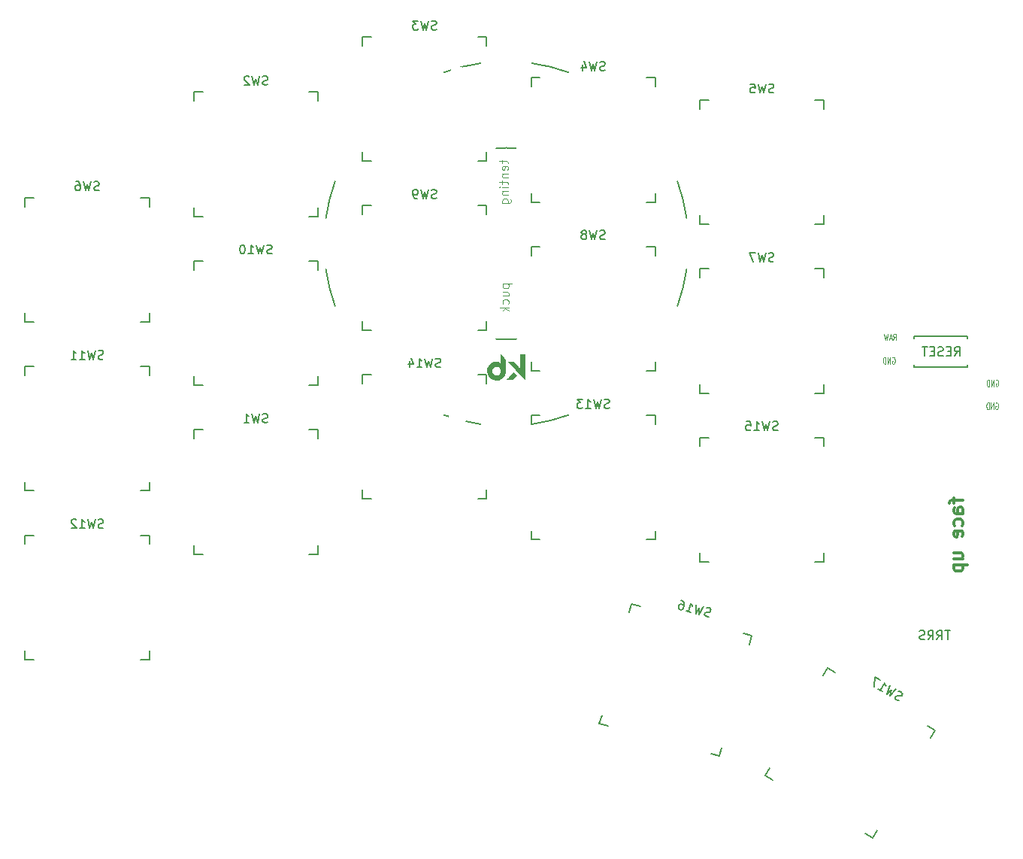
<source format=gbo>
G04 #@! TF.GenerationSoftware,KiCad,Pcbnew,7.0.5*
G04 #@! TF.CreationDate,2023-06-18T11:59:49+01:00*
G04 #@! TF.ProjectId,adam-m-rounded,6164616d-2d6d-42d7-926f-756e6465642e,rev?*
G04 #@! TF.SameCoordinates,Original*
G04 #@! TF.FileFunction,Legend,Bot*
G04 #@! TF.FilePolarity,Positive*
%FSLAX46Y46*%
G04 Gerber Fmt 4.6, Leading zero omitted, Abs format (unit mm)*
G04 Created by KiCad (PCBNEW 7.0.5) date 2023-06-18 11:59:49*
%MOMM*%
%LPD*%
G01*
G04 APERTURE LIST*
%ADD10C,0.300000*%
%ADD11C,0.125000*%
%ADD12C,0.150000*%
%ADD13C,0.100000*%
%ADD14C,0.200000*%
%ADD15C,0.010000*%
%ADD16C,1.524000*%
%ADD17C,1.701800*%
%ADD18C,3.987800*%
%ADD19C,2.286000*%
%ADD20C,2.000000*%
%ADD21C,4.400000*%
%ADD22C,0.800000*%
%ADD23O,2.000000X1.600000*%
G04 APERTURE END LIST*
D10*
X195250828Y-112190225D02*
X195250828Y-112761653D01*
X196250828Y-112404510D02*
X194965114Y-112404510D01*
X194965114Y-112404510D02*
X194822257Y-112475939D01*
X194822257Y-112475939D02*
X194750828Y-112618796D01*
X194750828Y-112618796D02*
X194750828Y-112761653D01*
X196250828Y-113904511D02*
X195465114Y-113904511D01*
X195465114Y-113904511D02*
X195322257Y-113833082D01*
X195322257Y-113833082D02*
X195250828Y-113690225D01*
X195250828Y-113690225D02*
X195250828Y-113404511D01*
X195250828Y-113404511D02*
X195322257Y-113261653D01*
X196179400Y-113904511D02*
X196250828Y-113761653D01*
X196250828Y-113761653D02*
X196250828Y-113404511D01*
X196250828Y-113404511D02*
X196179400Y-113261653D01*
X196179400Y-113261653D02*
X196036542Y-113190225D01*
X196036542Y-113190225D02*
X195893685Y-113190225D01*
X195893685Y-113190225D02*
X195750828Y-113261653D01*
X195750828Y-113261653D02*
X195679400Y-113404511D01*
X195679400Y-113404511D02*
X195679400Y-113761653D01*
X195679400Y-113761653D02*
X195607971Y-113904511D01*
X196179400Y-115261654D02*
X196250828Y-115118796D01*
X196250828Y-115118796D02*
X196250828Y-114833082D01*
X196250828Y-114833082D02*
X196179400Y-114690225D01*
X196179400Y-114690225D02*
X196107971Y-114618796D01*
X196107971Y-114618796D02*
X195965114Y-114547368D01*
X195965114Y-114547368D02*
X195536542Y-114547368D01*
X195536542Y-114547368D02*
X195393685Y-114618796D01*
X195393685Y-114618796D02*
X195322257Y-114690225D01*
X195322257Y-114690225D02*
X195250828Y-114833082D01*
X195250828Y-114833082D02*
X195250828Y-115118796D01*
X195250828Y-115118796D02*
X195322257Y-115261654D01*
X196179400Y-116475939D02*
X196250828Y-116333082D01*
X196250828Y-116333082D02*
X196250828Y-116047368D01*
X196250828Y-116047368D02*
X196179400Y-115904510D01*
X196179400Y-115904510D02*
X196036542Y-115833082D01*
X196036542Y-115833082D02*
X195465114Y-115833082D01*
X195465114Y-115833082D02*
X195322257Y-115904510D01*
X195322257Y-115904510D02*
X195250828Y-116047368D01*
X195250828Y-116047368D02*
X195250828Y-116333082D01*
X195250828Y-116333082D02*
X195322257Y-116475939D01*
X195322257Y-116475939D02*
X195465114Y-116547368D01*
X195465114Y-116547368D02*
X195607971Y-116547368D01*
X195607971Y-116547368D02*
X195750828Y-115833082D01*
X195250828Y-118975939D02*
X196250828Y-118975939D01*
X195250828Y-118333081D02*
X196036542Y-118333081D01*
X196036542Y-118333081D02*
X196179400Y-118404510D01*
X196179400Y-118404510D02*
X196250828Y-118547367D01*
X196250828Y-118547367D02*
X196250828Y-118761653D01*
X196250828Y-118761653D02*
X196179400Y-118904510D01*
X196179400Y-118904510D02*
X196107971Y-118975939D01*
X195250828Y-119690224D02*
X196750828Y-119690224D01*
X195322257Y-119690224D02*
X195250828Y-119833082D01*
X195250828Y-119833082D02*
X195250828Y-120118796D01*
X195250828Y-120118796D02*
X195322257Y-120261653D01*
X195322257Y-120261653D02*
X195393685Y-120333082D01*
X195393685Y-120333082D02*
X195536542Y-120404510D01*
X195536542Y-120404510D02*
X195965114Y-120404510D01*
X195965114Y-120404510D02*
X196107971Y-120333082D01*
X196107971Y-120333082D02*
X196179400Y-120261653D01*
X196179400Y-120261653D02*
X196250828Y-120118796D01*
X196250828Y-120118796D02*
X196250828Y-119833082D01*
X196250828Y-119833082D02*
X196179400Y-119690224D01*
D11*
X188314952Y-96337178D02*
X188362571Y-96301464D01*
X188362571Y-96301464D02*
X188434000Y-96301464D01*
X188434000Y-96301464D02*
X188505428Y-96337178D01*
X188505428Y-96337178D02*
X188553047Y-96408607D01*
X188553047Y-96408607D02*
X188576857Y-96480035D01*
X188576857Y-96480035D02*
X188600666Y-96622892D01*
X188600666Y-96622892D02*
X188600666Y-96730035D01*
X188600666Y-96730035D02*
X188576857Y-96872892D01*
X188576857Y-96872892D02*
X188553047Y-96944321D01*
X188553047Y-96944321D02*
X188505428Y-97015750D01*
X188505428Y-97015750D02*
X188434000Y-97051464D01*
X188434000Y-97051464D02*
X188386381Y-97051464D01*
X188386381Y-97051464D02*
X188314952Y-97015750D01*
X188314952Y-97015750D02*
X188291143Y-96980035D01*
X188291143Y-96980035D02*
X188291143Y-96730035D01*
X188291143Y-96730035D02*
X188386381Y-96730035D01*
X188076857Y-97051464D02*
X188076857Y-96301464D01*
X188076857Y-96301464D02*
X187791143Y-97051464D01*
X187791143Y-97051464D02*
X187791143Y-96301464D01*
X187553047Y-97051464D02*
X187553047Y-96301464D01*
X187553047Y-96301464D02*
X187433999Y-96301464D01*
X187433999Y-96301464D02*
X187362571Y-96337178D01*
X187362571Y-96337178D02*
X187314952Y-96408607D01*
X187314952Y-96408607D02*
X187291142Y-96480035D01*
X187291142Y-96480035D02*
X187267333Y-96622892D01*
X187267333Y-96622892D02*
X187267333Y-96730035D01*
X187267333Y-96730035D02*
X187291142Y-96872892D01*
X187291142Y-96872892D02*
X187314952Y-96944321D01*
X187314952Y-96944321D02*
X187362571Y-97015750D01*
X187362571Y-97015750D02*
X187433999Y-97051464D01*
X187433999Y-97051464D02*
X187553047Y-97051464D01*
X199964952Y-98867178D02*
X200012571Y-98831464D01*
X200012571Y-98831464D02*
X200084000Y-98831464D01*
X200084000Y-98831464D02*
X200155428Y-98867178D01*
X200155428Y-98867178D02*
X200203047Y-98938607D01*
X200203047Y-98938607D02*
X200226857Y-99010035D01*
X200226857Y-99010035D02*
X200250666Y-99152892D01*
X200250666Y-99152892D02*
X200250666Y-99260035D01*
X200250666Y-99260035D02*
X200226857Y-99402892D01*
X200226857Y-99402892D02*
X200203047Y-99474321D01*
X200203047Y-99474321D02*
X200155428Y-99545750D01*
X200155428Y-99545750D02*
X200084000Y-99581464D01*
X200084000Y-99581464D02*
X200036381Y-99581464D01*
X200036381Y-99581464D02*
X199964952Y-99545750D01*
X199964952Y-99545750D02*
X199941143Y-99510035D01*
X199941143Y-99510035D02*
X199941143Y-99260035D01*
X199941143Y-99260035D02*
X200036381Y-99260035D01*
X199726857Y-99581464D02*
X199726857Y-98831464D01*
X199726857Y-98831464D02*
X199441143Y-99581464D01*
X199441143Y-99581464D02*
X199441143Y-98831464D01*
X199203047Y-99581464D02*
X199203047Y-98831464D01*
X199203047Y-98831464D02*
X199083999Y-98831464D01*
X199083999Y-98831464D02*
X199012571Y-98867178D01*
X199012571Y-98867178D02*
X198964952Y-98938607D01*
X198964952Y-98938607D02*
X198941142Y-99010035D01*
X198941142Y-99010035D02*
X198917333Y-99152892D01*
X198917333Y-99152892D02*
X198917333Y-99260035D01*
X198917333Y-99260035D02*
X198941142Y-99402892D01*
X198941142Y-99402892D02*
X198964952Y-99474321D01*
X198964952Y-99474321D02*
X199012571Y-99545750D01*
X199012571Y-99545750D02*
X199083999Y-99581464D01*
X199083999Y-99581464D02*
X199203047Y-99581464D01*
X199944952Y-101447178D02*
X199992571Y-101411464D01*
X199992571Y-101411464D02*
X200064000Y-101411464D01*
X200064000Y-101411464D02*
X200135428Y-101447178D01*
X200135428Y-101447178D02*
X200183047Y-101518607D01*
X200183047Y-101518607D02*
X200206857Y-101590035D01*
X200206857Y-101590035D02*
X200230666Y-101732892D01*
X200230666Y-101732892D02*
X200230666Y-101840035D01*
X200230666Y-101840035D02*
X200206857Y-101982892D01*
X200206857Y-101982892D02*
X200183047Y-102054321D01*
X200183047Y-102054321D02*
X200135428Y-102125750D01*
X200135428Y-102125750D02*
X200064000Y-102161464D01*
X200064000Y-102161464D02*
X200016381Y-102161464D01*
X200016381Y-102161464D02*
X199944952Y-102125750D01*
X199944952Y-102125750D02*
X199921143Y-102090035D01*
X199921143Y-102090035D02*
X199921143Y-101840035D01*
X199921143Y-101840035D02*
X200016381Y-101840035D01*
X199706857Y-102161464D02*
X199706857Y-101411464D01*
X199706857Y-101411464D02*
X199421143Y-102161464D01*
X199421143Y-102161464D02*
X199421143Y-101411464D01*
X199183047Y-102161464D02*
X199183047Y-101411464D01*
X199183047Y-101411464D02*
X199063999Y-101411464D01*
X199063999Y-101411464D02*
X198992571Y-101447178D01*
X198992571Y-101447178D02*
X198944952Y-101518607D01*
X198944952Y-101518607D02*
X198921142Y-101590035D01*
X198921142Y-101590035D02*
X198897333Y-101732892D01*
X198897333Y-101732892D02*
X198897333Y-101840035D01*
X198897333Y-101840035D02*
X198921142Y-101982892D01*
X198921142Y-101982892D02*
X198944952Y-102054321D01*
X198944952Y-102054321D02*
X198992571Y-102125750D01*
X198992571Y-102125750D02*
X199063999Y-102161464D01*
X199063999Y-102161464D02*
X199183047Y-102161464D01*
X188409238Y-94411464D02*
X188575904Y-94054321D01*
X188694952Y-94411464D02*
X188694952Y-93661464D01*
X188694952Y-93661464D02*
X188504476Y-93661464D01*
X188504476Y-93661464D02*
X188456857Y-93697178D01*
X188456857Y-93697178D02*
X188433047Y-93732892D01*
X188433047Y-93732892D02*
X188409238Y-93804321D01*
X188409238Y-93804321D02*
X188409238Y-93911464D01*
X188409238Y-93911464D02*
X188433047Y-93982892D01*
X188433047Y-93982892D02*
X188456857Y-94018607D01*
X188456857Y-94018607D02*
X188504476Y-94054321D01*
X188504476Y-94054321D02*
X188694952Y-94054321D01*
X188218761Y-94197178D02*
X187980666Y-94197178D01*
X188266380Y-94411464D02*
X188099714Y-93661464D01*
X188099714Y-93661464D02*
X187933047Y-94411464D01*
X187814000Y-93661464D02*
X187694952Y-94411464D01*
X187694952Y-94411464D02*
X187599714Y-93875750D01*
X187599714Y-93875750D02*
X187504476Y-94411464D01*
X187504476Y-94411464D02*
X187385429Y-93661464D01*
D12*
X117943332Y-65622200D02*
X117800475Y-65669819D01*
X117800475Y-65669819D02*
X117562380Y-65669819D01*
X117562380Y-65669819D02*
X117467142Y-65622200D01*
X117467142Y-65622200D02*
X117419523Y-65574580D01*
X117419523Y-65574580D02*
X117371904Y-65479342D01*
X117371904Y-65479342D02*
X117371904Y-65384104D01*
X117371904Y-65384104D02*
X117419523Y-65288866D01*
X117419523Y-65288866D02*
X117467142Y-65241247D01*
X117467142Y-65241247D02*
X117562380Y-65193628D01*
X117562380Y-65193628D02*
X117752856Y-65146009D01*
X117752856Y-65146009D02*
X117848094Y-65098390D01*
X117848094Y-65098390D02*
X117895713Y-65050771D01*
X117895713Y-65050771D02*
X117943332Y-64955533D01*
X117943332Y-64955533D02*
X117943332Y-64860295D01*
X117943332Y-64860295D02*
X117895713Y-64765057D01*
X117895713Y-64765057D02*
X117848094Y-64717438D01*
X117848094Y-64717438D02*
X117752856Y-64669819D01*
X117752856Y-64669819D02*
X117514761Y-64669819D01*
X117514761Y-64669819D02*
X117371904Y-64717438D01*
X117038570Y-64669819D02*
X116800475Y-65669819D01*
X116800475Y-65669819D02*
X116609999Y-64955533D01*
X116609999Y-64955533D02*
X116419523Y-65669819D01*
X116419523Y-65669819D02*
X116181428Y-64669819D01*
X115848094Y-64765057D02*
X115800475Y-64717438D01*
X115800475Y-64717438D02*
X115705237Y-64669819D01*
X115705237Y-64669819D02*
X115467142Y-64669819D01*
X115467142Y-64669819D02*
X115371904Y-64717438D01*
X115371904Y-64717438D02*
X115324285Y-64765057D01*
X115324285Y-64765057D02*
X115276666Y-64860295D01*
X115276666Y-64860295D02*
X115276666Y-64955533D01*
X115276666Y-64955533D02*
X115324285Y-65098390D01*
X115324285Y-65098390D02*
X115895713Y-65669819D01*
X115895713Y-65669819D02*
X115276666Y-65669819D01*
X137419523Y-97397200D02*
X137276666Y-97444819D01*
X137276666Y-97444819D02*
X137038571Y-97444819D01*
X137038571Y-97444819D02*
X136943333Y-97397200D01*
X136943333Y-97397200D02*
X136895714Y-97349580D01*
X136895714Y-97349580D02*
X136848095Y-97254342D01*
X136848095Y-97254342D02*
X136848095Y-97159104D01*
X136848095Y-97159104D02*
X136895714Y-97063866D01*
X136895714Y-97063866D02*
X136943333Y-97016247D01*
X136943333Y-97016247D02*
X137038571Y-96968628D01*
X137038571Y-96968628D02*
X137229047Y-96921009D01*
X137229047Y-96921009D02*
X137324285Y-96873390D01*
X137324285Y-96873390D02*
X137371904Y-96825771D01*
X137371904Y-96825771D02*
X137419523Y-96730533D01*
X137419523Y-96730533D02*
X137419523Y-96635295D01*
X137419523Y-96635295D02*
X137371904Y-96540057D01*
X137371904Y-96540057D02*
X137324285Y-96492438D01*
X137324285Y-96492438D02*
X137229047Y-96444819D01*
X137229047Y-96444819D02*
X136990952Y-96444819D01*
X136990952Y-96444819D02*
X136848095Y-96492438D01*
X136514761Y-96444819D02*
X136276666Y-97444819D01*
X136276666Y-97444819D02*
X136086190Y-96730533D01*
X136086190Y-96730533D02*
X135895714Y-97444819D01*
X135895714Y-97444819D02*
X135657619Y-96444819D01*
X134752857Y-97444819D02*
X135324285Y-97444819D01*
X135038571Y-97444819D02*
X135038571Y-96444819D01*
X135038571Y-96444819D02*
X135133809Y-96587676D01*
X135133809Y-96587676D02*
X135229047Y-96682914D01*
X135229047Y-96682914D02*
X135324285Y-96730533D01*
X133895714Y-96778152D02*
X133895714Y-97444819D01*
X134133809Y-96397200D02*
X134371904Y-97111485D01*
X134371904Y-97111485D02*
X133752857Y-97111485D01*
X117943332Y-103622200D02*
X117800475Y-103669819D01*
X117800475Y-103669819D02*
X117562380Y-103669819D01*
X117562380Y-103669819D02*
X117467142Y-103622200D01*
X117467142Y-103622200D02*
X117419523Y-103574580D01*
X117419523Y-103574580D02*
X117371904Y-103479342D01*
X117371904Y-103479342D02*
X117371904Y-103384104D01*
X117371904Y-103384104D02*
X117419523Y-103288866D01*
X117419523Y-103288866D02*
X117467142Y-103241247D01*
X117467142Y-103241247D02*
X117562380Y-103193628D01*
X117562380Y-103193628D02*
X117752856Y-103146009D01*
X117752856Y-103146009D02*
X117848094Y-103098390D01*
X117848094Y-103098390D02*
X117895713Y-103050771D01*
X117895713Y-103050771D02*
X117943332Y-102955533D01*
X117943332Y-102955533D02*
X117943332Y-102860295D01*
X117943332Y-102860295D02*
X117895713Y-102765057D01*
X117895713Y-102765057D02*
X117848094Y-102717438D01*
X117848094Y-102717438D02*
X117752856Y-102669819D01*
X117752856Y-102669819D02*
X117514761Y-102669819D01*
X117514761Y-102669819D02*
X117371904Y-102717438D01*
X117038570Y-102669819D02*
X116800475Y-103669819D01*
X116800475Y-103669819D02*
X116609999Y-102955533D01*
X116609999Y-102955533D02*
X116419523Y-103669819D01*
X116419523Y-103669819D02*
X116181428Y-102669819D01*
X115276666Y-103669819D02*
X115848094Y-103669819D01*
X115562380Y-103669819D02*
X115562380Y-102669819D01*
X115562380Y-102669819D02*
X115657618Y-102812676D01*
X115657618Y-102812676D02*
X115752856Y-102907914D01*
X115752856Y-102907914D02*
X115848094Y-102955533D01*
X156419523Y-101997200D02*
X156276666Y-102044819D01*
X156276666Y-102044819D02*
X156038571Y-102044819D01*
X156038571Y-102044819D02*
X155943333Y-101997200D01*
X155943333Y-101997200D02*
X155895714Y-101949580D01*
X155895714Y-101949580D02*
X155848095Y-101854342D01*
X155848095Y-101854342D02*
X155848095Y-101759104D01*
X155848095Y-101759104D02*
X155895714Y-101663866D01*
X155895714Y-101663866D02*
X155943333Y-101616247D01*
X155943333Y-101616247D02*
X156038571Y-101568628D01*
X156038571Y-101568628D02*
X156229047Y-101521009D01*
X156229047Y-101521009D02*
X156324285Y-101473390D01*
X156324285Y-101473390D02*
X156371904Y-101425771D01*
X156371904Y-101425771D02*
X156419523Y-101330533D01*
X156419523Y-101330533D02*
X156419523Y-101235295D01*
X156419523Y-101235295D02*
X156371904Y-101140057D01*
X156371904Y-101140057D02*
X156324285Y-101092438D01*
X156324285Y-101092438D02*
X156229047Y-101044819D01*
X156229047Y-101044819D02*
X155990952Y-101044819D01*
X155990952Y-101044819D02*
X155848095Y-101092438D01*
X155514761Y-101044819D02*
X155276666Y-102044819D01*
X155276666Y-102044819D02*
X155086190Y-101330533D01*
X155086190Y-101330533D02*
X154895714Y-102044819D01*
X154895714Y-102044819D02*
X154657619Y-101044819D01*
X153752857Y-102044819D02*
X154324285Y-102044819D01*
X154038571Y-102044819D02*
X154038571Y-101044819D01*
X154038571Y-101044819D02*
X154133809Y-101187676D01*
X154133809Y-101187676D02*
X154229047Y-101282914D01*
X154229047Y-101282914D02*
X154324285Y-101330533D01*
X153419523Y-101044819D02*
X152800476Y-101044819D01*
X152800476Y-101044819D02*
X153133809Y-101425771D01*
X153133809Y-101425771D02*
X152990952Y-101425771D01*
X152990952Y-101425771D02*
X152895714Y-101473390D01*
X152895714Y-101473390D02*
X152848095Y-101521009D01*
X152848095Y-101521009D02*
X152800476Y-101616247D01*
X152800476Y-101616247D02*
X152800476Y-101854342D01*
X152800476Y-101854342D02*
X152848095Y-101949580D01*
X152848095Y-101949580D02*
X152895714Y-101997200D01*
X152895714Y-101997200D02*
X152990952Y-102044819D01*
X152990952Y-102044819D02*
X153276666Y-102044819D01*
X153276666Y-102044819D02*
X153371904Y-101997200D01*
X153371904Y-101997200D02*
X153419523Y-101949580D01*
X98943332Y-77497200D02*
X98800475Y-77544819D01*
X98800475Y-77544819D02*
X98562380Y-77544819D01*
X98562380Y-77544819D02*
X98467142Y-77497200D01*
X98467142Y-77497200D02*
X98419523Y-77449580D01*
X98419523Y-77449580D02*
X98371904Y-77354342D01*
X98371904Y-77354342D02*
X98371904Y-77259104D01*
X98371904Y-77259104D02*
X98419523Y-77163866D01*
X98419523Y-77163866D02*
X98467142Y-77116247D01*
X98467142Y-77116247D02*
X98562380Y-77068628D01*
X98562380Y-77068628D02*
X98752856Y-77021009D01*
X98752856Y-77021009D02*
X98848094Y-76973390D01*
X98848094Y-76973390D02*
X98895713Y-76925771D01*
X98895713Y-76925771D02*
X98943332Y-76830533D01*
X98943332Y-76830533D02*
X98943332Y-76735295D01*
X98943332Y-76735295D02*
X98895713Y-76640057D01*
X98895713Y-76640057D02*
X98848094Y-76592438D01*
X98848094Y-76592438D02*
X98752856Y-76544819D01*
X98752856Y-76544819D02*
X98514761Y-76544819D01*
X98514761Y-76544819D02*
X98371904Y-76592438D01*
X98038570Y-76544819D02*
X97800475Y-77544819D01*
X97800475Y-77544819D02*
X97609999Y-76830533D01*
X97609999Y-76830533D02*
X97419523Y-77544819D01*
X97419523Y-77544819D02*
X97181428Y-76544819D01*
X96371904Y-76544819D02*
X96562380Y-76544819D01*
X96562380Y-76544819D02*
X96657618Y-76592438D01*
X96657618Y-76592438D02*
X96705237Y-76640057D01*
X96705237Y-76640057D02*
X96800475Y-76782914D01*
X96800475Y-76782914D02*
X96848094Y-76973390D01*
X96848094Y-76973390D02*
X96848094Y-77354342D01*
X96848094Y-77354342D02*
X96800475Y-77449580D01*
X96800475Y-77449580D02*
X96752856Y-77497200D01*
X96752856Y-77497200D02*
X96657618Y-77544819D01*
X96657618Y-77544819D02*
X96467142Y-77544819D01*
X96467142Y-77544819D02*
X96371904Y-77497200D01*
X96371904Y-77497200D02*
X96324285Y-77449580D01*
X96324285Y-77449580D02*
X96276666Y-77354342D01*
X96276666Y-77354342D02*
X96276666Y-77116247D01*
X96276666Y-77116247D02*
X96324285Y-77021009D01*
X96324285Y-77021009D02*
X96371904Y-76973390D01*
X96371904Y-76973390D02*
X96467142Y-76925771D01*
X96467142Y-76925771D02*
X96657618Y-76925771D01*
X96657618Y-76925771D02*
X96752856Y-76973390D01*
X96752856Y-76973390D02*
X96800475Y-77021009D01*
X96800475Y-77021009D02*
X96848094Y-77116247D01*
X99419523Y-96497200D02*
X99276666Y-96544819D01*
X99276666Y-96544819D02*
X99038571Y-96544819D01*
X99038571Y-96544819D02*
X98943333Y-96497200D01*
X98943333Y-96497200D02*
X98895714Y-96449580D01*
X98895714Y-96449580D02*
X98848095Y-96354342D01*
X98848095Y-96354342D02*
X98848095Y-96259104D01*
X98848095Y-96259104D02*
X98895714Y-96163866D01*
X98895714Y-96163866D02*
X98943333Y-96116247D01*
X98943333Y-96116247D02*
X99038571Y-96068628D01*
X99038571Y-96068628D02*
X99229047Y-96021009D01*
X99229047Y-96021009D02*
X99324285Y-95973390D01*
X99324285Y-95973390D02*
X99371904Y-95925771D01*
X99371904Y-95925771D02*
X99419523Y-95830533D01*
X99419523Y-95830533D02*
X99419523Y-95735295D01*
X99419523Y-95735295D02*
X99371904Y-95640057D01*
X99371904Y-95640057D02*
X99324285Y-95592438D01*
X99324285Y-95592438D02*
X99229047Y-95544819D01*
X99229047Y-95544819D02*
X98990952Y-95544819D01*
X98990952Y-95544819D02*
X98848095Y-95592438D01*
X98514761Y-95544819D02*
X98276666Y-96544819D01*
X98276666Y-96544819D02*
X98086190Y-95830533D01*
X98086190Y-95830533D02*
X97895714Y-96544819D01*
X97895714Y-96544819D02*
X97657619Y-95544819D01*
X96752857Y-96544819D02*
X97324285Y-96544819D01*
X97038571Y-96544819D02*
X97038571Y-95544819D01*
X97038571Y-95544819D02*
X97133809Y-95687676D01*
X97133809Y-95687676D02*
X97229047Y-95782914D01*
X97229047Y-95782914D02*
X97324285Y-95830533D01*
X95800476Y-96544819D02*
X96371904Y-96544819D01*
X96086190Y-96544819D02*
X96086190Y-95544819D01*
X96086190Y-95544819D02*
X96181428Y-95687676D01*
X96181428Y-95687676D02*
X96276666Y-95782914D01*
X96276666Y-95782914D02*
X96371904Y-95830533D01*
X195304381Y-96154819D02*
X195637714Y-95678628D01*
X195875809Y-96154819D02*
X195875809Y-95154819D01*
X195875809Y-95154819D02*
X195494857Y-95154819D01*
X195494857Y-95154819D02*
X195399619Y-95202438D01*
X195399619Y-95202438D02*
X195352000Y-95250057D01*
X195352000Y-95250057D02*
X195304381Y-95345295D01*
X195304381Y-95345295D02*
X195304381Y-95488152D01*
X195304381Y-95488152D02*
X195352000Y-95583390D01*
X195352000Y-95583390D02*
X195399619Y-95631009D01*
X195399619Y-95631009D02*
X195494857Y-95678628D01*
X195494857Y-95678628D02*
X195875809Y-95678628D01*
X194875809Y-95631009D02*
X194542476Y-95631009D01*
X194399619Y-96154819D02*
X194875809Y-96154819D01*
X194875809Y-96154819D02*
X194875809Y-95154819D01*
X194875809Y-95154819D02*
X194399619Y-95154819D01*
X194018666Y-96107200D02*
X193875809Y-96154819D01*
X193875809Y-96154819D02*
X193637714Y-96154819D01*
X193637714Y-96154819D02*
X193542476Y-96107200D01*
X193542476Y-96107200D02*
X193494857Y-96059580D01*
X193494857Y-96059580D02*
X193447238Y-95964342D01*
X193447238Y-95964342D02*
X193447238Y-95869104D01*
X193447238Y-95869104D02*
X193494857Y-95773866D01*
X193494857Y-95773866D02*
X193542476Y-95726247D01*
X193542476Y-95726247D02*
X193637714Y-95678628D01*
X193637714Y-95678628D02*
X193828190Y-95631009D01*
X193828190Y-95631009D02*
X193923428Y-95583390D01*
X193923428Y-95583390D02*
X193971047Y-95535771D01*
X193971047Y-95535771D02*
X194018666Y-95440533D01*
X194018666Y-95440533D02*
X194018666Y-95345295D01*
X194018666Y-95345295D02*
X193971047Y-95250057D01*
X193971047Y-95250057D02*
X193923428Y-95202438D01*
X193923428Y-95202438D02*
X193828190Y-95154819D01*
X193828190Y-95154819D02*
X193590095Y-95154819D01*
X193590095Y-95154819D02*
X193447238Y-95202438D01*
X193018666Y-95631009D02*
X192685333Y-95631009D01*
X192542476Y-96154819D02*
X193018666Y-96154819D01*
X193018666Y-96154819D02*
X193018666Y-95154819D01*
X193018666Y-95154819D02*
X192542476Y-95154819D01*
X192256761Y-95154819D02*
X191685333Y-95154819D01*
X191971047Y-96154819D02*
X191971047Y-95154819D01*
D13*
X144348752Y-74107500D02*
X144348752Y-74488452D01*
X144015419Y-74250357D02*
X144872561Y-74250357D01*
X144872561Y-74250357D02*
X144967800Y-74297976D01*
X144967800Y-74297976D02*
X145015419Y-74393214D01*
X145015419Y-74393214D02*
X145015419Y-74488452D01*
X144967800Y-75202738D02*
X145015419Y-75107500D01*
X145015419Y-75107500D02*
X145015419Y-74917024D01*
X145015419Y-74917024D02*
X144967800Y-74821786D01*
X144967800Y-74821786D02*
X144872561Y-74774167D01*
X144872561Y-74774167D02*
X144491609Y-74774167D01*
X144491609Y-74774167D02*
X144396371Y-74821786D01*
X144396371Y-74821786D02*
X144348752Y-74917024D01*
X144348752Y-74917024D02*
X144348752Y-75107500D01*
X144348752Y-75107500D02*
X144396371Y-75202738D01*
X144396371Y-75202738D02*
X144491609Y-75250357D01*
X144491609Y-75250357D02*
X144586847Y-75250357D01*
X144586847Y-75250357D02*
X144682085Y-74774167D01*
X144348752Y-75678929D02*
X145015419Y-75678929D01*
X144443990Y-75678929D02*
X144396371Y-75726548D01*
X144396371Y-75726548D02*
X144348752Y-75821786D01*
X144348752Y-75821786D02*
X144348752Y-75964643D01*
X144348752Y-75964643D02*
X144396371Y-76059881D01*
X144396371Y-76059881D02*
X144491609Y-76107500D01*
X144491609Y-76107500D02*
X145015419Y-76107500D01*
X144348752Y-76440834D02*
X144348752Y-76821786D01*
X144015419Y-76583691D02*
X144872561Y-76583691D01*
X144872561Y-76583691D02*
X144967800Y-76631310D01*
X144967800Y-76631310D02*
X145015419Y-76726548D01*
X145015419Y-76726548D02*
X145015419Y-76821786D01*
X145015419Y-77155120D02*
X144348752Y-77155120D01*
X144015419Y-77155120D02*
X144063038Y-77107501D01*
X144063038Y-77107501D02*
X144110657Y-77155120D01*
X144110657Y-77155120D02*
X144063038Y-77202739D01*
X144063038Y-77202739D02*
X144015419Y-77155120D01*
X144015419Y-77155120D02*
X144110657Y-77155120D01*
X144348752Y-77631310D02*
X145015419Y-77631310D01*
X144443990Y-77631310D02*
X144396371Y-77678929D01*
X144396371Y-77678929D02*
X144348752Y-77774167D01*
X144348752Y-77774167D02*
X144348752Y-77917024D01*
X144348752Y-77917024D02*
X144396371Y-78012262D01*
X144396371Y-78012262D02*
X144491609Y-78059881D01*
X144491609Y-78059881D02*
X145015419Y-78059881D01*
X144348752Y-78964643D02*
X145158276Y-78964643D01*
X145158276Y-78964643D02*
X145253514Y-78917024D01*
X145253514Y-78917024D02*
X145301133Y-78869405D01*
X145301133Y-78869405D02*
X145348752Y-78774167D01*
X145348752Y-78774167D02*
X145348752Y-78631310D01*
X145348752Y-78631310D02*
X145301133Y-78536072D01*
X144967800Y-78964643D02*
X145015419Y-78869405D01*
X145015419Y-78869405D02*
X145015419Y-78678929D01*
X145015419Y-78678929D02*
X144967800Y-78583691D01*
X144967800Y-78583691D02*
X144920180Y-78536072D01*
X144920180Y-78536072D02*
X144824942Y-78488453D01*
X144824942Y-78488453D02*
X144539228Y-78488453D01*
X144539228Y-78488453D02*
X144443990Y-78536072D01*
X144443990Y-78536072D02*
X144396371Y-78583691D01*
X144396371Y-78583691D02*
X144348752Y-78678929D01*
X144348752Y-78678929D02*
X144348752Y-78869405D01*
X144348752Y-78869405D02*
X144396371Y-78964643D01*
X144412252Y-88061500D02*
X145412252Y-88061500D01*
X144459871Y-88061500D02*
X144412252Y-88156738D01*
X144412252Y-88156738D02*
X144412252Y-88347214D01*
X144412252Y-88347214D02*
X144459871Y-88442452D01*
X144459871Y-88442452D02*
X144507490Y-88490071D01*
X144507490Y-88490071D02*
X144602728Y-88537690D01*
X144602728Y-88537690D02*
X144888442Y-88537690D01*
X144888442Y-88537690D02*
X144983680Y-88490071D01*
X144983680Y-88490071D02*
X145031300Y-88442452D01*
X145031300Y-88442452D02*
X145078919Y-88347214D01*
X145078919Y-88347214D02*
X145078919Y-88156738D01*
X145078919Y-88156738D02*
X145031300Y-88061500D01*
X144412252Y-89394833D02*
X145078919Y-89394833D01*
X144412252Y-88966262D02*
X144936061Y-88966262D01*
X144936061Y-88966262D02*
X145031300Y-89013881D01*
X145031300Y-89013881D02*
X145078919Y-89109119D01*
X145078919Y-89109119D02*
X145078919Y-89251976D01*
X145078919Y-89251976D02*
X145031300Y-89347214D01*
X145031300Y-89347214D02*
X144983680Y-89394833D01*
X145031300Y-90299595D02*
X145078919Y-90204357D01*
X145078919Y-90204357D02*
X145078919Y-90013881D01*
X145078919Y-90013881D02*
X145031300Y-89918643D01*
X145031300Y-89918643D02*
X144983680Y-89871024D01*
X144983680Y-89871024D02*
X144888442Y-89823405D01*
X144888442Y-89823405D02*
X144602728Y-89823405D01*
X144602728Y-89823405D02*
X144507490Y-89871024D01*
X144507490Y-89871024D02*
X144459871Y-89918643D01*
X144459871Y-89918643D02*
X144412252Y-90013881D01*
X144412252Y-90013881D02*
X144412252Y-90204357D01*
X144412252Y-90204357D02*
X144459871Y-90299595D01*
X145078919Y-90728167D02*
X144078919Y-90728167D01*
X144697966Y-90823405D02*
X145078919Y-91109119D01*
X144412252Y-91109119D02*
X144793204Y-90728167D01*
D12*
X155943332Y-82997200D02*
X155800475Y-83044819D01*
X155800475Y-83044819D02*
X155562380Y-83044819D01*
X155562380Y-83044819D02*
X155467142Y-82997200D01*
X155467142Y-82997200D02*
X155419523Y-82949580D01*
X155419523Y-82949580D02*
X155371904Y-82854342D01*
X155371904Y-82854342D02*
X155371904Y-82759104D01*
X155371904Y-82759104D02*
X155419523Y-82663866D01*
X155419523Y-82663866D02*
X155467142Y-82616247D01*
X155467142Y-82616247D02*
X155562380Y-82568628D01*
X155562380Y-82568628D02*
X155752856Y-82521009D01*
X155752856Y-82521009D02*
X155848094Y-82473390D01*
X155848094Y-82473390D02*
X155895713Y-82425771D01*
X155895713Y-82425771D02*
X155943332Y-82330533D01*
X155943332Y-82330533D02*
X155943332Y-82235295D01*
X155943332Y-82235295D02*
X155895713Y-82140057D01*
X155895713Y-82140057D02*
X155848094Y-82092438D01*
X155848094Y-82092438D02*
X155752856Y-82044819D01*
X155752856Y-82044819D02*
X155514761Y-82044819D01*
X155514761Y-82044819D02*
X155371904Y-82092438D01*
X155038570Y-82044819D02*
X154800475Y-83044819D01*
X154800475Y-83044819D02*
X154609999Y-82330533D01*
X154609999Y-82330533D02*
X154419523Y-83044819D01*
X154419523Y-83044819D02*
X154181428Y-82044819D01*
X153657618Y-82473390D02*
X153752856Y-82425771D01*
X153752856Y-82425771D02*
X153800475Y-82378152D01*
X153800475Y-82378152D02*
X153848094Y-82282914D01*
X153848094Y-82282914D02*
X153848094Y-82235295D01*
X153848094Y-82235295D02*
X153800475Y-82140057D01*
X153800475Y-82140057D02*
X153752856Y-82092438D01*
X153752856Y-82092438D02*
X153657618Y-82044819D01*
X153657618Y-82044819D02*
X153467142Y-82044819D01*
X153467142Y-82044819D02*
X153371904Y-82092438D01*
X153371904Y-82092438D02*
X153324285Y-82140057D01*
X153324285Y-82140057D02*
X153276666Y-82235295D01*
X153276666Y-82235295D02*
X153276666Y-82282914D01*
X153276666Y-82282914D02*
X153324285Y-82378152D01*
X153324285Y-82378152D02*
X153371904Y-82425771D01*
X153371904Y-82425771D02*
X153467142Y-82473390D01*
X153467142Y-82473390D02*
X153657618Y-82473390D01*
X153657618Y-82473390D02*
X153752856Y-82521009D01*
X153752856Y-82521009D02*
X153800475Y-82568628D01*
X153800475Y-82568628D02*
X153848094Y-82663866D01*
X153848094Y-82663866D02*
X153848094Y-82854342D01*
X153848094Y-82854342D02*
X153800475Y-82949580D01*
X153800475Y-82949580D02*
X153752856Y-82997200D01*
X153752856Y-82997200D02*
X153657618Y-83044819D01*
X153657618Y-83044819D02*
X153467142Y-83044819D01*
X153467142Y-83044819D02*
X153371904Y-82997200D01*
X153371904Y-82997200D02*
X153324285Y-82949580D01*
X153324285Y-82949580D02*
X153276666Y-82854342D01*
X153276666Y-82854342D02*
X153276666Y-82663866D01*
X153276666Y-82663866D02*
X153324285Y-82568628D01*
X153324285Y-82568628D02*
X153371904Y-82521009D01*
X153371904Y-82521009D02*
X153467142Y-82473390D01*
X99419523Y-115497200D02*
X99276666Y-115544819D01*
X99276666Y-115544819D02*
X99038571Y-115544819D01*
X99038571Y-115544819D02*
X98943333Y-115497200D01*
X98943333Y-115497200D02*
X98895714Y-115449580D01*
X98895714Y-115449580D02*
X98848095Y-115354342D01*
X98848095Y-115354342D02*
X98848095Y-115259104D01*
X98848095Y-115259104D02*
X98895714Y-115163866D01*
X98895714Y-115163866D02*
X98943333Y-115116247D01*
X98943333Y-115116247D02*
X99038571Y-115068628D01*
X99038571Y-115068628D02*
X99229047Y-115021009D01*
X99229047Y-115021009D02*
X99324285Y-114973390D01*
X99324285Y-114973390D02*
X99371904Y-114925771D01*
X99371904Y-114925771D02*
X99419523Y-114830533D01*
X99419523Y-114830533D02*
X99419523Y-114735295D01*
X99419523Y-114735295D02*
X99371904Y-114640057D01*
X99371904Y-114640057D02*
X99324285Y-114592438D01*
X99324285Y-114592438D02*
X99229047Y-114544819D01*
X99229047Y-114544819D02*
X98990952Y-114544819D01*
X98990952Y-114544819D02*
X98848095Y-114592438D01*
X98514761Y-114544819D02*
X98276666Y-115544819D01*
X98276666Y-115544819D02*
X98086190Y-114830533D01*
X98086190Y-114830533D02*
X97895714Y-115544819D01*
X97895714Y-115544819D02*
X97657619Y-114544819D01*
X96752857Y-115544819D02*
X97324285Y-115544819D01*
X97038571Y-115544819D02*
X97038571Y-114544819D01*
X97038571Y-114544819D02*
X97133809Y-114687676D01*
X97133809Y-114687676D02*
X97229047Y-114782914D01*
X97229047Y-114782914D02*
X97324285Y-114830533D01*
X96371904Y-114640057D02*
X96324285Y-114592438D01*
X96324285Y-114592438D02*
X96229047Y-114544819D01*
X96229047Y-114544819D02*
X95990952Y-114544819D01*
X95990952Y-114544819D02*
X95895714Y-114592438D01*
X95895714Y-114592438D02*
X95848095Y-114640057D01*
X95848095Y-114640057D02*
X95800476Y-114735295D01*
X95800476Y-114735295D02*
X95800476Y-114830533D01*
X95800476Y-114830533D02*
X95848095Y-114973390D01*
X95848095Y-114973390D02*
X96419523Y-115544819D01*
X96419523Y-115544819D02*
X95800476Y-115544819D01*
X136943332Y-78397200D02*
X136800475Y-78444819D01*
X136800475Y-78444819D02*
X136562380Y-78444819D01*
X136562380Y-78444819D02*
X136467142Y-78397200D01*
X136467142Y-78397200D02*
X136419523Y-78349580D01*
X136419523Y-78349580D02*
X136371904Y-78254342D01*
X136371904Y-78254342D02*
X136371904Y-78159104D01*
X136371904Y-78159104D02*
X136419523Y-78063866D01*
X136419523Y-78063866D02*
X136467142Y-78016247D01*
X136467142Y-78016247D02*
X136562380Y-77968628D01*
X136562380Y-77968628D02*
X136752856Y-77921009D01*
X136752856Y-77921009D02*
X136848094Y-77873390D01*
X136848094Y-77873390D02*
X136895713Y-77825771D01*
X136895713Y-77825771D02*
X136943332Y-77730533D01*
X136943332Y-77730533D02*
X136943332Y-77635295D01*
X136943332Y-77635295D02*
X136895713Y-77540057D01*
X136895713Y-77540057D02*
X136848094Y-77492438D01*
X136848094Y-77492438D02*
X136752856Y-77444819D01*
X136752856Y-77444819D02*
X136514761Y-77444819D01*
X136514761Y-77444819D02*
X136371904Y-77492438D01*
X136038570Y-77444819D02*
X135800475Y-78444819D01*
X135800475Y-78444819D02*
X135609999Y-77730533D01*
X135609999Y-77730533D02*
X135419523Y-78444819D01*
X135419523Y-78444819D02*
X135181428Y-77444819D01*
X134752856Y-78444819D02*
X134562380Y-78444819D01*
X134562380Y-78444819D02*
X134467142Y-78397200D01*
X134467142Y-78397200D02*
X134419523Y-78349580D01*
X134419523Y-78349580D02*
X134324285Y-78206723D01*
X134324285Y-78206723D02*
X134276666Y-78016247D01*
X134276666Y-78016247D02*
X134276666Y-77635295D01*
X134276666Y-77635295D02*
X134324285Y-77540057D01*
X134324285Y-77540057D02*
X134371904Y-77492438D01*
X134371904Y-77492438D02*
X134467142Y-77444819D01*
X134467142Y-77444819D02*
X134657618Y-77444819D01*
X134657618Y-77444819D02*
X134752856Y-77492438D01*
X134752856Y-77492438D02*
X134800475Y-77540057D01*
X134800475Y-77540057D02*
X134848094Y-77635295D01*
X134848094Y-77635295D02*
X134848094Y-77873390D01*
X134848094Y-77873390D02*
X134800475Y-77968628D01*
X134800475Y-77968628D02*
X134752856Y-78016247D01*
X134752856Y-78016247D02*
X134657618Y-78063866D01*
X134657618Y-78063866D02*
X134467142Y-78063866D01*
X134467142Y-78063866D02*
X134371904Y-78016247D01*
X134371904Y-78016247D02*
X134324285Y-77968628D01*
X134324285Y-77968628D02*
X134276666Y-77873390D01*
X189050993Y-134957367D02*
X188903466Y-134927178D01*
X188903466Y-134927178D02*
X188697269Y-134808130D01*
X188697269Y-134808130D02*
X188638600Y-134719272D01*
X188638600Y-134719272D02*
X188621170Y-134654223D01*
X188621170Y-134654223D02*
X188627550Y-134547935D01*
X188627550Y-134547935D02*
X188675169Y-134465456D01*
X188675169Y-134465456D02*
X188764027Y-134406787D01*
X188764027Y-134406787D02*
X188829076Y-134389357D01*
X188829076Y-134389357D02*
X188935364Y-134395737D01*
X188935364Y-134395737D02*
X189124131Y-134449736D01*
X189124131Y-134449736D02*
X189230419Y-134456116D01*
X189230419Y-134456116D02*
X189295468Y-134438686D01*
X189295468Y-134438686D02*
X189384326Y-134380017D01*
X189384326Y-134380017D02*
X189431945Y-134297538D01*
X189431945Y-134297538D02*
X189438325Y-134191250D01*
X189438325Y-134191250D02*
X189420895Y-134126201D01*
X189420895Y-134126201D02*
X189362226Y-134037343D01*
X189362226Y-134037343D02*
X189156030Y-133918295D01*
X189156030Y-133918295D02*
X189008502Y-133888106D01*
X188743637Y-133680200D02*
X188037440Y-134427178D01*
X188037440Y-134427178D02*
X188229626Y-133713350D01*
X188229626Y-133713350D02*
X187707526Y-134236701D01*
X187707526Y-134236701D02*
X188001329Y-133251628D01*
X186717783Y-133665273D02*
X187212654Y-133950987D01*
X186965218Y-133808130D02*
X187465218Y-132942105D01*
X187465218Y-132942105D02*
X187476268Y-133113442D01*
X187476268Y-133113442D02*
X187511128Y-133243539D01*
X187511128Y-133243539D02*
X187569797Y-133332398D01*
X186929107Y-132632581D02*
X186351757Y-132299248D01*
X186351757Y-132299248D02*
X186222911Y-133379559D01*
X118419523Y-84622200D02*
X118276666Y-84669819D01*
X118276666Y-84669819D02*
X118038571Y-84669819D01*
X118038571Y-84669819D02*
X117943333Y-84622200D01*
X117943333Y-84622200D02*
X117895714Y-84574580D01*
X117895714Y-84574580D02*
X117848095Y-84479342D01*
X117848095Y-84479342D02*
X117848095Y-84384104D01*
X117848095Y-84384104D02*
X117895714Y-84288866D01*
X117895714Y-84288866D02*
X117943333Y-84241247D01*
X117943333Y-84241247D02*
X118038571Y-84193628D01*
X118038571Y-84193628D02*
X118229047Y-84146009D01*
X118229047Y-84146009D02*
X118324285Y-84098390D01*
X118324285Y-84098390D02*
X118371904Y-84050771D01*
X118371904Y-84050771D02*
X118419523Y-83955533D01*
X118419523Y-83955533D02*
X118419523Y-83860295D01*
X118419523Y-83860295D02*
X118371904Y-83765057D01*
X118371904Y-83765057D02*
X118324285Y-83717438D01*
X118324285Y-83717438D02*
X118229047Y-83669819D01*
X118229047Y-83669819D02*
X117990952Y-83669819D01*
X117990952Y-83669819D02*
X117848095Y-83717438D01*
X117514761Y-83669819D02*
X117276666Y-84669819D01*
X117276666Y-84669819D02*
X117086190Y-83955533D01*
X117086190Y-83955533D02*
X116895714Y-84669819D01*
X116895714Y-84669819D02*
X116657619Y-83669819D01*
X115752857Y-84669819D02*
X116324285Y-84669819D01*
X116038571Y-84669819D02*
X116038571Y-83669819D01*
X116038571Y-83669819D02*
X116133809Y-83812676D01*
X116133809Y-83812676D02*
X116229047Y-83907914D01*
X116229047Y-83907914D02*
X116324285Y-83955533D01*
X115133809Y-83669819D02*
X115038571Y-83669819D01*
X115038571Y-83669819D02*
X114943333Y-83717438D01*
X114943333Y-83717438D02*
X114895714Y-83765057D01*
X114895714Y-83765057D02*
X114848095Y-83860295D01*
X114848095Y-83860295D02*
X114800476Y-84050771D01*
X114800476Y-84050771D02*
X114800476Y-84288866D01*
X114800476Y-84288866D02*
X114848095Y-84479342D01*
X114848095Y-84479342D02*
X114895714Y-84574580D01*
X114895714Y-84574580D02*
X114943333Y-84622200D01*
X114943333Y-84622200D02*
X115038571Y-84669819D01*
X115038571Y-84669819D02*
X115133809Y-84669819D01*
X115133809Y-84669819D02*
X115229047Y-84622200D01*
X115229047Y-84622200D02*
X115276666Y-84574580D01*
X115276666Y-84574580D02*
X115324285Y-84479342D01*
X115324285Y-84479342D02*
X115371904Y-84288866D01*
X115371904Y-84288866D02*
X115371904Y-84050771D01*
X115371904Y-84050771D02*
X115324285Y-83860295D01*
X115324285Y-83860295D02*
X115276666Y-83765057D01*
X115276666Y-83765057D02*
X115229047Y-83717438D01*
X115229047Y-83717438D02*
X115133809Y-83669819D01*
X174943332Y-85497200D02*
X174800475Y-85544819D01*
X174800475Y-85544819D02*
X174562380Y-85544819D01*
X174562380Y-85544819D02*
X174467142Y-85497200D01*
X174467142Y-85497200D02*
X174419523Y-85449580D01*
X174419523Y-85449580D02*
X174371904Y-85354342D01*
X174371904Y-85354342D02*
X174371904Y-85259104D01*
X174371904Y-85259104D02*
X174419523Y-85163866D01*
X174419523Y-85163866D02*
X174467142Y-85116247D01*
X174467142Y-85116247D02*
X174562380Y-85068628D01*
X174562380Y-85068628D02*
X174752856Y-85021009D01*
X174752856Y-85021009D02*
X174848094Y-84973390D01*
X174848094Y-84973390D02*
X174895713Y-84925771D01*
X174895713Y-84925771D02*
X174943332Y-84830533D01*
X174943332Y-84830533D02*
X174943332Y-84735295D01*
X174943332Y-84735295D02*
X174895713Y-84640057D01*
X174895713Y-84640057D02*
X174848094Y-84592438D01*
X174848094Y-84592438D02*
X174752856Y-84544819D01*
X174752856Y-84544819D02*
X174514761Y-84544819D01*
X174514761Y-84544819D02*
X174371904Y-84592438D01*
X174038570Y-84544819D02*
X173800475Y-85544819D01*
X173800475Y-85544819D02*
X173609999Y-84830533D01*
X173609999Y-84830533D02*
X173419523Y-85544819D01*
X173419523Y-85544819D02*
X173181428Y-84544819D01*
X172895713Y-84544819D02*
X172229047Y-84544819D01*
X172229047Y-84544819D02*
X172657618Y-85544819D01*
X155943332Y-63997200D02*
X155800475Y-64044819D01*
X155800475Y-64044819D02*
X155562380Y-64044819D01*
X155562380Y-64044819D02*
X155467142Y-63997200D01*
X155467142Y-63997200D02*
X155419523Y-63949580D01*
X155419523Y-63949580D02*
X155371904Y-63854342D01*
X155371904Y-63854342D02*
X155371904Y-63759104D01*
X155371904Y-63759104D02*
X155419523Y-63663866D01*
X155419523Y-63663866D02*
X155467142Y-63616247D01*
X155467142Y-63616247D02*
X155562380Y-63568628D01*
X155562380Y-63568628D02*
X155752856Y-63521009D01*
X155752856Y-63521009D02*
X155848094Y-63473390D01*
X155848094Y-63473390D02*
X155895713Y-63425771D01*
X155895713Y-63425771D02*
X155943332Y-63330533D01*
X155943332Y-63330533D02*
X155943332Y-63235295D01*
X155943332Y-63235295D02*
X155895713Y-63140057D01*
X155895713Y-63140057D02*
X155848094Y-63092438D01*
X155848094Y-63092438D02*
X155752856Y-63044819D01*
X155752856Y-63044819D02*
X155514761Y-63044819D01*
X155514761Y-63044819D02*
X155371904Y-63092438D01*
X155038570Y-63044819D02*
X154800475Y-64044819D01*
X154800475Y-64044819D02*
X154609999Y-63330533D01*
X154609999Y-63330533D02*
X154419523Y-64044819D01*
X154419523Y-64044819D02*
X154181428Y-63044819D01*
X153371904Y-63378152D02*
X153371904Y-64044819D01*
X153609999Y-62997200D02*
X153848094Y-63711485D01*
X153848094Y-63711485D02*
X153229047Y-63711485D01*
X194801904Y-127089819D02*
X194230476Y-127089819D01*
X194516190Y-128089819D02*
X194516190Y-127089819D01*
X193325714Y-128089819D02*
X193659047Y-127613628D01*
X193897142Y-128089819D02*
X193897142Y-127089819D01*
X193897142Y-127089819D02*
X193516190Y-127089819D01*
X193516190Y-127089819D02*
X193420952Y-127137438D01*
X193420952Y-127137438D02*
X193373333Y-127185057D01*
X193373333Y-127185057D02*
X193325714Y-127280295D01*
X193325714Y-127280295D02*
X193325714Y-127423152D01*
X193325714Y-127423152D02*
X193373333Y-127518390D01*
X193373333Y-127518390D02*
X193420952Y-127566009D01*
X193420952Y-127566009D02*
X193516190Y-127613628D01*
X193516190Y-127613628D02*
X193897142Y-127613628D01*
X192325714Y-128089819D02*
X192659047Y-127613628D01*
X192897142Y-128089819D02*
X192897142Y-127089819D01*
X192897142Y-127089819D02*
X192516190Y-127089819D01*
X192516190Y-127089819D02*
X192420952Y-127137438D01*
X192420952Y-127137438D02*
X192373333Y-127185057D01*
X192373333Y-127185057D02*
X192325714Y-127280295D01*
X192325714Y-127280295D02*
X192325714Y-127423152D01*
X192325714Y-127423152D02*
X192373333Y-127518390D01*
X192373333Y-127518390D02*
X192420952Y-127566009D01*
X192420952Y-127566009D02*
X192516190Y-127613628D01*
X192516190Y-127613628D02*
X192897142Y-127613628D01*
X191944761Y-128042200D02*
X191801904Y-128089819D01*
X191801904Y-128089819D02*
X191563809Y-128089819D01*
X191563809Y-128089819D02*
X191468571Y-128042200D01*
X191468571Y-128042200D02*
X191420952Y-127994580D01*
X191420952Y-127994580D02*
X191373333Y-127899342D01*
X191373333Y-127899342D02*
X191373333Y-127804104D01*
X191373333Y-127804104D02*
X191420952Y-127708866D01*
X191420952Y-127708866D02*
X191468571Y-127661247D01*
X191468571Y-127661247D02*
X191563809Y-127613628D01*
X191563809Y-127613628D02*
X191754285Y-127566009D01*
X191754285Y-127566009D02*
X191849523Y-127518390D01*
X191849523Y-127518390D02*
X191897142Y-127470771D01*
X191897142Y-127470771D02*
X191944761Y-127375533D01*
X191944761Y-127375533D02*
X191944761Y-127280295D01*
X191944761Y-127280295D02*
X191897142Y-127185057D01*
X191897142Y-127185057D02*
X191849523Y-127137438D01*
X191849523Y-127137438D02*
X191754285Y-127089819D01*
X191754285Y-127089819D02*
X191516190Y-127089819D01*
X191516190Y-127089819D02*
X191373333Y-127137438D01*
X174943332Y-66497200D02*
X174800475Y-66544819D01*
X174800475Y-66544819D02*
X174562380Y-66544819D01*
X174562380Y-66544819D02*
X174467142Y-66497200D01*
X174467142Y-66497200D02*
X174419523Y-66449580D01*
X174419523Y-66449580D02*
X174371904Y-66354342D01*
X174371904Y-66354342D02*
X174371904Y-66259104D01*
X174371904Y-66259104D02*
X174419523Y-66163866D01*
X174419523Y-66163866D02*
X174467142Y-66116247D01*
X174467142Y-66116247D02*
X174562380Y-66068628D01*
X174562380Y-66068628D02*
X174752856Y-66021009D01*
X174752856Y-66021009D02*
X174848094Y-65973390D01*
X174848094Y-65973390D02*
X174895713Y-65925771D01*
X174895713Y-65925771D02*
X174943332Y-65830533D01*
X174943332Y-65830533D02*
X174943332Y-65735295D01*
X174943332Y-65735295D02*
X174895713Y-65640057D01*
X174895713Y-65640057D02*
X174848094Y-65592438D01*
X174848094Y-65592438D02*
X174752856Y-65544819D01*
X174752856Y-65544819D02*
X174514761Y-65544819D01*
X174514761Y-65544819D02*
X174371904Y-65592438D01*
X174038570Y-65544819D02*
X173800475Y-66544819D01*
X173800475Y-66544819D02*
X173609999Y-65830533D01*
X173609999Y-65830533D02*
X173419523Y-66544819D01*
X173419523Y-66544819D02*
X173181428Y-65544819D01*
X172324285Y-65544819D02*
X172800475Y-65544819D01*
X172800475Y-65544819D02*
X172848094Y-66021009D01*
X172848094Y-66021009D02*
X172800475Y-65973390D01*
X172800475Y-65973390D02*
X172705237Y-65925771D01*
X172705237Y-65925771D02*
X172467142Y-65925771D01*
X172467142Y-65925771D02*
X172371904Y-65973390D01*
X172371904Y-65973390D02*
X172324285Y-66021009D01*
X172324285Y-66021009D02*
X172276666Y-66116247D01*
X172276666Y-66116247D02*
X172276666Y-66354342D01*
X172276666Y-66354342D02*
X172324285Y-66449580D01*
X172324285Y-66449580D02*
X172371904Y-66497200D01*
X172371904Y-66497200D02*
X172467142Y-66544819D01*
X172467142Y-66544819D02*
X172705237Y-66544819D01*
X172705237Y-66544819D02*
X172800475Y-66497200D01*
X172800475Y-66497200D02*
X172848094Y-66449580D01*
X167661025Y-125520946D02*
X167510711Y-125529968D01*
X167510711Y-125529968D02*
X167280729Y-125468344D01*
X167280729Y-125468344D02*
X167201060Y-125397699D01*
X167201060Y-125397699D02*
X167167389Y-125339377D01*
X167167389Y-125339377D02*
X167146042Y-125235060D01*
X167146042Y-125235060D02*
X167170691Y-125143067D01*
X167170691Y-125143067D02*
X167241337Y-125063399D01*
X167241337Y-125063399D02*
X167299658Y-125029727D01*
X167299658Y-125029727D02*
X167403976Y-125008380D01*
X167403976Y-125008380D02*
X167600286Y-125011682D01*
X167600286Y-125011682D02*
X167704604Y-124990335D01*
X167704604Y-124990335D02*
X167762925Y-124956663D01*
X167762925Y-124956663D02*
X167833571Y-124876995D01*
X167833571Y-124876995D02*
X167858221Y-124785002D01*
X167858221Y-124785002D02*
X167836874Y-124680685D01*
X167836874Y-124680685D02*
X167803202Y-124622363D01*
X167803202Y-124622363D02*
X167723534Y-124551717D01*
X167723534Y-124551717D02*
X167493551Y-124490094D01*
X167493551Y-124490094D02*
X167343237Y-124499116D01*
X167033587Y-124366847D02*
X166544785Y-125271149D01*
X166544785Y-125271149D02*
X166545670Y-124531903D01*
X166545670Y-124531903D02*
X166176813Y-125172551D01*
X166176813Y-125172551D02*
X166205650Y-124145002D01*
X165072898Y-124876758D02*
X165624856Y-125024655D01*
X165348877Y-124950706D02*
X165607696Y-123984781D01*
X165607696Y-123984781D02*
X165662715Y-124147419D01*
X165662715Y-124147419D02*
X165730058Y-124264062D01*
X165730058Y-124264062D02*
X165809727Y-124334708D01*
X164503781Y-123688987D02*
X164687767Y-123738286D01*
X164687767Y-123738286D02*
X164767435Y-123808932D01*
X164767435Y-123808932D02*
X164801107Y-123867253D01*
X164801107Y-123867253D02*
X164856126Y-124029892D01*
X164856126Y-124029892D02*
X164852823Y-124226203D01*
X164852823Y-124226203D02*
X164754225Y-124594174D01*
X164754225Y-124594174D02*
X164683580Y-124673843D01*
X164683580Y-124673843D02*
X164625258Y-124707514D01*
X164625258Y-124707514D02*
X164520941Y-124728861D01*
X164520941Y-124728861D02*
X164336955Y-124679563D01*
X164336955Y-124679563D02*
X164257287Y-124608917D01*
X164257287Y-124608917D02*
X164223615Y-124550596D01*
X164223615Y-124550596D02*
X164202268Y-124446278D01*
X164202268Y-124446278D02*
X164263891Y-124216296D01*
X164263891Y-124216296D02*
X164334537Y-124136627D01*
X164334537Y-124136627D02*
X164392858Y-124102956D01*
X164392858Y-124102956D02*
X164497176Y-124081609D01*
X164497176Y-124081609D02*
X164681162Y-124130907D01*
X164681162Y-124130907D02*
X164760830Y-124201553D01*
X164760830Y-124201553D02*
X164794502Y-124259874D01*
X164794502Y-124259874D02*
X164815849Y-124364192D01*
X136943332Y-59397200D02*
X136800475Y-59444819D01*
X136800475Y-59444819D02*
X136562380Y-59444819D01*
X136562380Y-59444819D02*
X136467142Y-59397200D01*
X136467142Y-59397200D02*
X136419523Y-59349580D01*
X136419523Y-59349580D02*
X136371904Y-59254342D01*
X136371904Y-59254342D02*
X136371904Y-59159104D01*
X136371904Y-59159104D02*
X136419523Y-59063866D01*
X136419523Y-59063866D02*
X136467142Y-59016247D01*
X136467142Y-59016247D02*
X136562380Y-58968628D01*
X136562380Y-58968628D02*
X136752856Y-58921009D01*
X136752856Y-58921009D02*
X136848094Y-58873390D01*
X136848094Y-58873390D02*
X136895713Y-58825771D01*
X136895713Y-58825771D02*
X136943332Y-58730533D01*
X136943332Y-58730533D02*
X136943332Y-58635295D01*
X136943332Y-58635295D02*
X136895713Y-58540057D01*
X136895713Y-58540057D02*
X136848094Y-58492438D01*
X136848094Y-58492438D02*
X136752856Y-58444819D01*
X136752856Y-58444819D02*
X136514761Y-58444819D01*
X136514761Y-58444819D02*
X136371904Y-58492438D01*
X136038570Y-58444819D02*
X135800475Y-59444819D01*
X135800475Y-59444819D02*
X135609999Y-58730533D01*
X135609999Y-58730533D02*
X135419523Y-59444819D01*
X135419523Y-59444819D02*
X135181428Y-58444819D01*
X134895713Y-58444819D02*
X134276666Y-58444819D01*
X134276666Y-58444819D02*
X134609999Y-58825771D01*
X134609999Y-58825771D02*
X134467142Y-58825771D01*
X134467142Y-58825771D02*
X134371904Y-58873390D01*
X134371904Y-58873390D02*
X134324285Y-58921009D01*
X134324285Y-58921009D02*
X134276666Y-59016247D01*
X134276666Y-59016247D02*
X134276666Y-59254342D01*
X134276666Y-59254342D02*
X134324285Y-59349580D01*
X134324285Y-59349580D02*
X134371904Y-59397200D01*
X134371904Y-59397200D02*
X134467142Y-59444819D01*
X134467142Y-59444819D02*
X134752856Y-59444819D01*
X134752856Y-59444819D02*
X134848094Y-59397200D01*
X134848094Y-59397200D02*
X134895713Y-59349580D01*
X175419523Y-104497200D02*
X175276666Y-104544819D01*
X175276666Y-104544819D02*
X175038571Y-104544819D01*
X175038571Y-104544819D02*
X174943333Y-104497200D01*
X174943333Y-104497200D02*
X174895714Y-104449580D01*
X174895714Y-104449580D02*
X174848095Y-104354342D01*
X174848095Y-104354342D02*
X174848095Y-104259104D01*
X174848095Y-104259104D02*
X174895714Y-104163866D01*
X174895714Y-104163866D02*
X174943333Y-104116247D01*
X174943333Y-104116247D02*
X175038571Y-104068628D01*
X175038571Y-104068628D02*
X175229047Y-104021009D01*
X175229047Y-104021009D02*
X175324285Y-103973390D01*
X175324285Y-103973390D02*
X175371904Y-103925771D01*
X175371904Y-103925771D02*
X175419523Y-103830533D01*
X175419523Y-103830533D02*
X175419523Y-103735295D01*
X175419523Y-103735295D02*
X175371904Y-103640057D01*
X175371904Y-103640057D02*
X175324285Y-103592438D01*
X175324285Y-103592438D02*
X175229047Y-103544819D01*
X175229047Y-103544819D02*
X174990952Y-103544819D01*
X174990952Y-103544819D02*
X174848095Y-103592438D01*
X174514761Y-103544819D02*
X174276666Y-104544819D01*
X174276666Y-104544819D02*
X174086190Y-103830533D01*
X174086190Y-103830533D02*
X173895714Y-104544819D01*
X173895714Y-104544819D02*
X173657619Y-103544819D01*
X172752857Y-104544819D02*
X173324285Y-104544819D01*
X173038571Y-104544819D02*
X173038571Y-103544819D01*
X173038571Y-103544819D02*
X173133809Y-103687676D01*
X173133809Y-103687676D02*
X173229047Y-103782914D01*
X173229047Y-103782914D02*
X173324285Y-103830533D01*
X171848095Y-103544819D02*
X172324285Y-103544819D01*
X172324285Y-103544819D02*
X172371904Y-104021009D01*
X172371904Y-104021009D02*
X172324285Y-103973390D01*
X172324285Y-103973390D02*
X172229047Y-103925771D01*
X172229047Y-103925771D02*
X171990952Y-103925771D01*
X171990952Y-103925771D02*
X171895714Y-103973390D01*
X171895714Y-103973390D02*
X171848095Y-104021009D01*
X171848095Y-104021009D02*
X171800476Y-104116247D01*
X171800476Y-104116247D02*
X171800476Y-104354342D01*
X171800476Y-104354342D02*
X171848095Y-104449580D01*
X171848095Y-104449580D02*
X171895714Y-104497200D01*
X171895714Y-104497200D02*
X171990952Y-104544819D01*
X171990952Y-104544819D02*
X172229047Y-104544819D01*
X172229047Y-104544819D02*
X172324285Y-104497200D01*
X172324285Y-104497200D02*
X172371904Y-104449580D01*
X109610000Y-66470000D02*
X110610000Y-66470000D01*
X109610000Y-67470000D02*
X109610000Y-66470000D01*
X109610000Y-80470000D02*
X109610000Y-79470000D01*
X110610000Y-80470000D02*
X109610000Y-80470000D01*
X122610000Y-66470000D02*
X123610000Y-66470000D01*
X123610000Y-66470000D02*
X123610000Y-67470000D01*
X123610000Y-79470000D02*
X123610000Y-80470000D01*
X123610000Y-80470000D02*
X122610000Y-80470000D01*
X128610000Y-98245000D02*
X129610000Y-98245000D01*
X128610000Y-99245000D02*
X128610000Y-98245000D01*
X128610000Y-112245000D02*
X128610000Y-111245000D01*
X129610000Y-112245000D02*
X128610000Y-112245000D01*
X141610000Y-98245000D02*
X142610000Y-98245000D01*
X142610000Y-98245000D02*
X142610000Y-99245000D01*
X142610000Y-111245000D02*
X142610000Y-112245000D01*
X142610000Y-112245000D02*
X141610000Y-112245000D01*
X109610000Y-104470000D02*
X110610000Y-104470000D01*
X109610000Y-105470000D02*
X109610000Y-104470000D01*
X109610000Y-118470000D02*
X109610000Y-117470000D01*
X110610000Y-118470000D02*
X109610000Y-118470000D01*
X122610000Y-104470000D02*
X123610000Y-104470000D01*
X123610000Y-104470000D02*
X123610000Y-105470000D01*
X123610000Y-117470000D02*
X123610000Y-118470000D01*
X123610000Y-118470000D02*
X122610000Y-118470000D01*
X147610000Y-102845000D02*
X148610000Y-102845000D01*
X147610000Y-103845000D02*
X147610000Y-102845000D01*
X147610000Y-116845000D02*
X147610000Y-115845000D01*
X148610000Y-116845000D02*
X147610000Y-116845000D01*
X160610000Y-102845000D02*
X161610000Y-102845000D01*
X161610000Y-102845000D02*
X161610000Y-103845000D01*
X161610000Y-115845000D02*
X161610000Y-116845000D01*
X161610000Y-116845000D02*
X160610000Y-116845000D01*
X90610000Y-78345000D02*
X91610000Y-78345000D01*
X90610000Y-79345000D02*
X90610000Y-78345000D01*
X90610000Y-92345000D02*
X90610000Y-91345000D01*
X91610000Y-92345000D02*
X90610000Y-92345000D01*
X103610000Y-78345000D02*
X104610000Y-78345000D01*
X104610000Y-78345000D02*
X104610000Y-79345000D01*
X104610000Y-91345000D02*
X104610000Y-92345000D01*
X104610000Y-92345000D02*
X103610000Y-92345000D01*
X90610000Y-97345000D02*
X91610000Y-97345000D01*
X90610000Y-98345000D02*
X90610000Y-97345000D01*
X90610000Y-111345000D02*
X90610000Y-110345000D01*
X91610000Y-111345000D02*
X90610000Y-111345000D01*
X103610000Y-97345000D02*
X104610000Y-97345000D01*
X104610000Y-97345000D02*
X104610000Y-98345000D01*
X104610000Y-110345000D02*
X104610000Y-111345000D01*
X104610000Y-111345000D02*
X103610000Y-111345000D01*
X190725000Y-93950000D02*
X196725000Y-93950000D01*
X190725000Y-94200000D02*
X190725000Y-93950000D01*
X190725000Y-97450000D02*
X190725000Y-97200000D01*
X196725000Y-93950000D02*
X196725000Y-94200000D01*
X196725000Y-97200000D02*
X196725000Y-97450000D01*
X196725000Y-97450000D02*
X190725000Y-97450000D01*
D14*
X125525865Y-76520956D02*
G75*
G03*
X124492000Y-80671500I19286255J-7008074D01*
G01*
X124492000Y-86386500D02*
G75*
G03*
X125525865Y-90537046I20320000J2857500D01*
G01*
X141954500Y-63209000D02*
G75*
G03*
X137803954Y-64242865I2857500J-20320000D01*
G01*
X137803955Y-102815135D02*
G75*
G03*
X141954500Y-103849000I7008045J19286135D01*
G01*
X144812000Y-72734001D02*
G75*
G03*
X143683615Y-72793137I-6J-10794920D01*
G01*
X145940385Y-72793137D02*
G75*
G03*
X144812000Y-72734000I-1128385J-10735763D01*
G01*
X143683615Y-94264864D02*
G75*
G03*
X144812000Y-94324000I1128379J10735785D01*
G01*
X144812000Y-94324000D02*
G75*
G03*
X145940385Y-94264863I0J10794900D01*
G01*
X151820049Y-64242867D02*
G75*
G03*
X147669500Y-63209000I-7008049J-19286133D01*
G01*
X147669500Y-103849000D02*
G75*
G03*
X151820045Y-102815135I-2857506J20320019D01*
G01*
X165132000Y-80671500D02*
G75*
G03*
X164098134Y-76520952I-20320000J-2857500D01*
G01*
X164098134Y-90537048D02*
G75*
G03*
X165132000Y-86386500I-19286134J7008048D01*
G01*
D15*
X146892952Y-98755356D02*
X146802108Y-98663080D01*
X146788327Y-98649084D01*
X146756466Y-98616731D01*
X146710519Y-98570077D01*
X146651703Y-98510359D01*
X146581236Y-98438814D01*
X146500337Y-98356677D01*
X146410222Y-98265184D01*
X146312110Y-98165573D01*
X146207218Y-98059080D01*
X146096764Y-97946940D01*
X145981965Y-97830391D01*
X145864040Y-97710668D01*
X145016816Y-96850531D01*
X145305184Y-96847438D01*
X145593552Y-96844344D01*
X146396498Y-97647044D01*
X146396498Y-96013486D01*
X146892952Y-96013486D01*
X146892952Y-98755356D01*
G36*
X146892952Y-98755356D02*
G01*
X146802108Y-98663080D01*
X146788327Y-98649084D01*
X146756466Y-98616731D01*
X146710519Y-98570077D01*
X146651703Y-98510359D01*
X146581236Y-98438814D01*
X146500337Y-98356677D01*
X146410222Y-98265184D01*
X146312110Y-98165573D01*
X146207218Y-98059080D01*
X146096764Y-97946940D01*
X145981965Y-97830391D01*
X145864040Y-97710668D01*
X145016816Y-96850531D01*
X145305184Y-96847438D01*
X145593552Y-96844344D01*
X146396498Y-97647044D01*
X146396498Y-96013486D01*
X146892952Y-96013486D01*
X146892952Y-98755356D01*
G37*
X145599184Y-98045669D02*
X145611413Y-98055717D01*
X145636895Y-98079337D01*
X145673042Y-98114050D01*
X145717266Y-98157375D01*
X145766979Y-98206830D01*
X145928014Y-98368174D01*
X145894132Y-98405989D01*
X145890955Y-98409481D01*
X145869087Y-98432690D01*
X145834741Y-98468436D01*
X145790925Y-98513616D01*
X145740642Y-98565129D01*
X145686900Y-98619872D01*
X145513550Y-98795941D01*
X144893536Y-98795941D01*
X144921837Y-98762306D01*
X144924130Y-98759615D01*
X144944798Y-98736386D01*
X144977556Y-98700546D01*
X145020416Y-98654201D01*
X145071388Y-98599458D01*
X145128484Y-98538423D01*
X145189714Y-98473204D01*
X145253089Y-98405906D01*
X145316622Y-98338636D01*
X145378321Y-98273501D01*
X145436200Y-98212607D01*
X145488267Y-98158061D01*
X145532536Y-98111969D01*
X145567015Y-98076438D01*
X145589718Y-98053575D01*
X145598653Y-98045486D01*
X145599184Y-98045669D01*
G36*
X145599184Y-98045669D02*
G01*
X145611413Y-98055717D01*
X145636895Y-98079337D01*
X145673042Y-98114050D01*
X145717266Y-98157375D01*
X145766979Y-98206830D01*
X145928014Y-98368174D01*
X145894132Y-98405989D01*
X145890955Y-98409481D01*
X145869087Y-98432690D01*
X145834741Y-98468436D01*
X145790925Y-98513616D01*
X145740642Y-98565129D01*
X145686900Y-98619872D01*
X145513550Y-98795941D01*
X144893536Y-98795941D01*
X144921837Y-98762306D01*
X144924130Y-98759615D01*
X144944798Y-98736386D01*
X144977556Y-98700546D01*
X145020416Y-98654201D01*
X145071388Y-98599458D01*
X145128484Y-98538423D01*
X145189714Y-98473204D01*
X145253089Y-98405906D01*
X145316622Y-98338636D01*
X145378321Y-98273501D01*
X145436200Y-98212607D01*
X145488267Y-98158061D01*
X145532536Y-98111969D01*
X145567015Y-98076438D01*
X145589718Y-98053575D01*
X145598653Y-98045486D01*
X145599184Y-98045669D01*
G37*
X144692062Y-97909292D02*
X144689717Y-97959364D01*
X144687104Y-97987759D01*
X144678235Y-98034209D01*
X144640682Y-98161369D01*
X144585516Y-98287232D01*
X144515824Y-98405414D01*
X144434693Y-98509534D01*
X144426299Y-98518700D01*
X144317987Y-98619026D01*
X144195567Y-98703023D01*
X144062394Y-98769002D01*
X143921826Y-98815277D01*
X143777218Y-98840158D01*
X143676972Y-98844641D01*
X143528551Y-98833242D01*
X143385132Y-98800989D01*
X143248896Y-98748966D01*
X143122021Y-98678252D01*
X143006688Y-98589930D01*
X142905075Y-98485081D01*
X142819363Y-98364788D01*
X142762108Y-98257869D01*
X142708963Y-98118633D01*
X142677607Y-97974069D01*
X142671103Y-97877705D01*
X143166342Y-97877705D01*
X143166624Y-97882995D01*
X143170942Y-97938298D01*
X143178299Y-97980590D01*
X143190944Y-98019198D01*
X143211125Y-98063444D01*
X143232613Y-98101771D01*
X143274098Y-98160565D01*
X143322155Y-98216021D01*
X143371478Y-98262215D01*
X143416764Y-98293219D01*
X143432931Y-98300995D01*
X143473836Y-98318355D01*
X143516833Y-98334441D01*
X143589660Y-98353729D01*
X143693361Y-98362250D01*
X143794902Y-98349456D01*
X143891688Y-98316324D01*
X143981120Y-98263831D01*
X144060601Y-98192954D01*
X144127535Y-98104671D01*
X144156189Y-98050526D01*
X144186621Y-97956507D01*
X144197193Y-97858958D01*
X144188887Y-97761010D01*
X144162685Y-97665797D01*
X144119572Y-97576450D01*
X144060529Y-97496104D01*
X143986539Y-97427890D01*
X143898587Y-97374941D01*
X143884584Y-97368655D01*
X143786238Y-97338030D01*
X143684886Y-97327848D01*
X143583982Y-97337168D01*
X143486983Y-97365046D01*
X143397347Y-97410542D01*
X143318530Y-97472712D01*
X143253988Y-97550616D01*
X143236218Y-97579145D01*
X143192566Y-97672568D01*
X143169710Y-97770460D01*
X143166342Y-97877705D01*
X142671103Y-97877705D01*
X142667316Y-97821591D01*
X142670877Y-97731921D01*
X142693558Y-97581642D01*
X142736310Y-97439673D01*
X142798120Y-97307688D01*
X142877978Y-97187363D01*
X142974872Y-97080374D01*
X143087792Y-96988394D01*
X143215725Y-96913101D01*
X143285576Y-96880462D01*
X143360714Y-96851245D01*
X143432366Y-96831753D01*
X143508849Y-96819816D01*
X143598484Y-96813264D01*
X143616296Y-96812596D01*
X143755497Y-96819034D01*
X143885880Y-96846710D01*
X144008096Y-96895814D01*
X144122793Y-96966536D01*
X144146927Y-96983738D01*
X144171773Y-97000081D01*
X144184204Y-97006395D01*
X144185112Y-97002365D01*
X144186561Y-96978558D01*
X144187888Y-96935435D01*
X144189057Y-96875360D01*
X144190033Y-96800698D01*
X144190783Y-96713812D01*
X144191272Y-96617067D01*
X144191464Y-96512827D01*
X144191612Y-96019259D01*
X144699316Y-96529285D01*
X144699229Y-97220999D01*
X144699226Y-97232735D01*
X144698965Y-97383209D01*
X144698301Y-97520481D01*
X144697257Y-97643137D01*
X144695854Y-97749766D01*
X144694115Y-97838955D01*
X144693531Y-97858958D01*
X144692062Y-97909292D01*
G36*
X144692062Y-97909292D02*
G01*
X144689717Y-97959364D01*
X144687104Y-97987759D01*
X144678235Y-98034209D01*
X144640682Y-98161369D01*
X144585516Y-98287232D01*
X144515824Y-98405414D01*
X144434693Y-98509534D01*
X144426299Y-98518700D01*
X144317987Y-98619026D01*
X144195567Y-98703023D01*
X144062394Y-98769002D01*
X143921826Y-98815277D01*
X143777218Y-98840158D01*
X143676972Y-98844641D01*
X143528551Y-98833242D01*
X143385132Y-98800989D01*
X143248896Y-98748966D01*
X143122021Y-98678252D01*
X143006688Y-98589930D01*
X142905075Y-98485081D01*
X142819363Y-98364788D01*
X142762108Y-98257869D01*
X142708963Y-98118633D01*
X142677607Y-97974069D01*
X142671103Y-97877705D01*
X143166342Y-97877705D01*
X143166624Y-97882995D01*
X143170942Y-97938298D01*
X143178299Y-97980590D01*
X143190944Y-98019198D01*
X143211125Y-98063444D01*
X143232613Y-98101771D01*
X143274098Y-98160565D01*
X143322155Y-98216021D01*
X143371478Y-98262215D01*
X143416764Y-98293219D01*
X143432931Y-98300995D01*
X143473836Y-98318355D01*
X143516833Y-98334441D01*
X143589660Y-98353729D01*
X143693361Y-98362250D01*
X143794902Y-98349456D01*
X143891688Y-98316324D01*
X143981120Y-98263831D01*
X144060601Y-98192954D01*
X144127535Y-98104671D01*
X144156189Y-98050526D01*
X144186621Y-97956507D01*
X144197193Y-97858958D01*
X144188887Y-97761010D01*
X144162685Y-97665797D01*
X144119572Y-97576450D01*
X144060529Y-97496104D01*
X143986539Y-97427890D01*
X143898587Y-97374941D01*
X143884584Y-97368655D01*
X143786238Y-97338030D01*
X143684886Y-97327848D01*
X143583982Y-97337168D01*
X143486983Y-97365046D01*
X143397347Y-97410542D01*
X143318530Y-97472712D01*
X143253988Y-97550616D01*
X143236218Y-97579145D01*
X143192566Y-97672568D01*
X143169710Y-97770460D01*
X143166342Y-97877705D01*
X142671103Y-97877705D01*
X142667316Y-97821591D01*
X142670877Y-97731921D01*
X142693558Y-97581642D01*
X142736310Y-97439673D01*
X142798120Y-97307688D01*
X142877978Y-97187363D01*
X142974872Y-97080374D01*
X143087792Y-96988394D01*
X143215725Y-96913101D01*
X143285576Y-96880462D01*
X143360714Y-96851245D01*
X143432366Y-96831753D01*
X143508849Y-96819816D01*
X143598484Y-96813264D01*
X143616296Y-96812596D01*
X143755497Y-96819034D01*
X143885880Y-96846710D01*
X144008096Y-96895814D01*
X144122793Y-96966536D01*
X144146927Y-96983738D01*
X144171773Y-97000081D01*
X144184204Y-97006395D01*
X144185112Y-97002365D01*
X144186561Y-96978558D01*
X144187888Y-96935435D01*
X144189057Y-96875360D01*
X144190033Y-96800698D01*
X144190783Y-96713812D01*
X144191272Y-96617067D01*
X144191464Y-96512827D01*
X144191612Y-96019259D01*
X144699316Y-96529285D01*
X144699229Y-97220999D01*
X144699226Y-97232735D01*
X144698965Y-97383209D01*
X144698301Y-97520481D01*
X144697257Y-97643137D01*
X144695854Y-97749766D01*
X144694115Y-97838955D01*
X144693531Y-97858958D01*
X144692062Y-97909292D01*
G37*
D12*
X147610000Y-83845000D02*
X148610000Y-83845000D01*
X147610000Y-84845000D02*
X147610000Y-83845000D01*
X147610000Y-97845000D02*
X147610000Y-96845000D01*
X148610000Y-97845000D02*
X147610000Y-97845000D01*
X160610000Y-83845000D02*
X161610000Y-83845000D01*
X161610000Y-83845000D02*
X161610000Y-84845000D01*
X161610000Y-96845000D02*
X161610000Y-97845000D01*
X161610000Y-97845000D02*
X160610000Y-97845000D01*
X90610000Y-116345000D02*
X91610000Y-116345000D01*
X90610000Y-117345000D02*
X90610000Y-116345000D01*
X90610000Y-130345000D02*
X90610000Y-129345000D01*
X91610000Y-130345000D02*
X90610000Y-130345000D01*
X103610000Y-116345000D02*
X104610000Y-116345000D01*
X104610000Y-116345000D02*
X104610000Y-117345000D01*
X104610000Y-129345000D02*
X104610000Y-130345000D01*
X104610000Y-130345000D02*
X103610000Y-130345000D01*
X128610000Y-79245000D02*
X129610000Y-79245000D01*
X128610000Y-80245000D02*
X128610000Y-79245000D01*
X128610000Y-93245000D02*
X128610000Y-92245000D01*
X129610000Y-93245000D02*
X128610000Y-93245000D01*
X141610000Y-79245000D02*
X142610000Y-79245000D01*
X142610000Y-79245000D02*
X142610000Y-80245000D01*
X142610000Y-92245000D02*
X142610000Y-93245000D01*
X142610000Y-93245000D02*
X141610000Y-93245000D01*
X180997822Y-131286822D02*
X181863848Y-131786822D01*
X180497822Y-132152848D02*
X180997822Y-131286822D01*
X173997822Y-143411178D02*
X174497822Y-142545152D01*
X174863848Y-143911178D02*
X173997822Y-143411178D01*
X192256152Y-137786822D02*
X193122178Y-138286822D01*
X193122178Y-138286822D02*
X192622178Y-139152848D01*
X186622178Y-149545152D02*
X186122178Y-150411178D01*
X186122178Y-150411178D02*
X185256152Y-149911178D01*
X109610000Y-85470000D02*
X110610000Y-85470000D01*
X109610000Y-86470000D02*
X109610000Y-85470000D01*
X109610000Y-99470000D02*
X109610000Y-98470000D01*
X110610000Y-99470000D02*
X109610000Y-99470000D01*
X122610000Y-85470000D02*
X123610000Y-85470000D01*
X123610000Y-85470000D02*
X123610000Y-86470000D01*
X123610000Y-98470000D02*
X123610000Y-99470000D01*
X123610000Y-99470000D02*
X122610000Y-99470000D01*
X166610000Y-86345000D02*
X167610000Y-86345000D01*
X166610000Y-87345000D02*
X166610000Y-86345000D01*
X166610000Y-100345000D02*
X166610000Y-99345000D01*
X167610000Y-100345000D02*
X166610000Y-100345000D01*
X179610000Y-86345000D02*
X180610000Y-86345000D01*
X180610000Y-86345000D02*
X180610000Y-87345000D01*
X180610000Y-99345000D02*
X180610000Y-100345000D01*
X180610000Y-100345000D02*
X179610000Y-100345000D01*
X147610000Y-64845000D02*
X148610000Y-64845000D01*
X147610000Y-65845000D02*
X147610000Y-64845000D01*
X147610000Y-78845000D02*
X147610000Y-77845000D01*
X148610000Y-78845000D02*
X147610000Y-78845000D01*
X160610000Y-64845000D02*
X161610000Y-64845000D01*
X161610000Y-64845000D02*
X161610000Y-65845000D01*
X161610000Y-77845000D02*
X161610000Y-78845000D01*
X161610000Y-78845000D02*
X160610000Y-78845000D01*
X166610000Y-67345000D02*
X167610000Y-67345000D01*
X166610000Y-68345000D02*
X166610000Y-67345000D01*
X166610000Y-81345000D02*
X166610000Y-80345000D01*
X167610000Y-81345000D02*
X166610000Y-81345000D01*
X179610000Y-67345000D02*
X180610000Y-67345000D01*
X180610000Y-67345000D02*
X180610000Y-68345000D01*
X180610000Y-80345000D02*
X180610000Y-81345000D01*
X180610000Y-81345000D02*
X179610000Y-81345000D01*
X158932253Y-124059786D02*
X159898178Y-124318605D01*
X158673433Y-125025712D02*
X158932253Y-124059786D01*
X155308786Y-137582747D02*
X155567605Y-136616822D01*
X156274712Y-137841567D02*
X155308786Y-137582747D01*
X171489288Y-127424433D02*
X172455214Y-127683253D01*
X172455214Y-127683253D02*
X172196395Y-128649178D01*
X169090567Y-140240288D02*
X168831747Y-141206214D01*
X168831747Y-141206214D02*
X167865822Y-140947395D01*
X128610000Y-60245000D02*
X129610000Y-60245000D01*
X128610000Y-61245000D02*
X128610000Y-60245000D01*
X128610000Y-74245000D02*
X128610000Y-73245000D01*
X129610000Y-74245000D02*
X128610000Y-74245000D01*
X141610000Y-60245000D02*
X142610000Y-60245000D01*
X142610000Y-60245000D02*
X142610000Y-61245000D01*
X142610000Y-73245000D02*
X142610000Y-74245000D01*
X142610000Y-74245000D02*
X141610000Y-74245000D01*
X166610000Y-105345000D02*
X167610000Y-105345000D01*
X166610000Y-106345000D02*
X166610000Y-105345000D01*
X166610000Y-119345000D02*
X166610000Y-118345000D01*
X167610000Y-119345000D02*
X166610000Y-119345000D01*
X179610000Y-105345000D02*
X180610000Y-105345000D01*
X180610000Y-105345000D02*
X180610000Y-106345000D01*
X180610000Y-118345000D02*
X180610000Y-119345000D01*
X180610000Y-119345000D02*
X179610000Y-119345000D01*
%LPC*%
D10*
X149850606Y-133796313D02*
X149697515Y-133841850D01*
X149697515Y-133841850D02*
X149416142Y-133792236D01*
X149416142Y-133792236D02*
X149287858Y-133697086D01*
X149287858Y-133697086D02*
X149242322Y-133543995D01*
X149242322Y-133543995D02*
X149254725Y-133473652D01*
X149254725Y-133473652D02*
X149349875Y-133345369D01*
X149349875Y-133345369D02*
X149502966Y-133299832D01*
X149502966Y-133299832D02*
X149713996Y-133337042D01*
X149713996Y-133337042D02*
X149867086Y-133291506D01*
X149867086Y-133291506D02*
X149962236Y-133163222D01*
X149962236Y-133163222D02*
X149974640Y-133092879D01*
X149974640Y-133092879D02*
X149929103Y-132939789D01*
X149929103Y-132939789D02*
X149800820Y-132844638D01*
X149800820Y-132844638D02*
X149589790Y-132807428D01*
X149589790Y-132807428D02*
X149436700Y-132852965D01*
X148956699Y-132695797D02*
X148393952Y-132596570D01*
X148832493Y-132166183D02*
X148609231Y-133432364D01*
X148609231Y-133432364D02*
X148514080Y-133560648D01*
X148514080Y-133560648D02*
X148360990Y-133606184D01*
X148360990Y-133606184D02*
X148220303Y-133581377D01*
X147094809Y-133382922D02*
X147231246Y-132609145D01*
X147231246Y-132609145D02*
X147326397Y-132480861D01*
X147326397Y-132480861D02*
X147479487Y-132435325D01*
X147479487Y-132435325D02*
X147760861Y-132484939D01*
X147760861Y-132484939D02*
X147889144Y-132580089D01*
X147107212Y-133312579D02*
X147235495Y-133407729D01*
X147235495Y-133407729D02*
X147587213Y-133469746D01*
X147587213Y-133469746D02*
X147740303Y-133424210D01*
X147740303Y-133424210D02*
X147835453Y-133295926D01*
X147835453Y-133295926D02*
X147860260Y-133155240D01*
X147860260Y-133155240D02*
X147814723Y-133002149D01*
X147814723Y-133002149D02*
X147686440Y-132906999D01*
X147686440Y-132906999D02*
X147334723Y-132844982D01*
X147334723Y-132844982D02*
X147206440Y-132749832D01*
X146391374Y-133258888D02*
X146565023Y-132274080D01*
X146515409Y-132555454D02*
X146469872Y-132402363D01*
X146469872Y-132402363D02*
X146411932Y-132319617D01*
X146411932Y-132319617D02*
X146283649Y-132224466D01*
X146283649Y-132224466D02*
X146142962Y-132199659D01*
X145476910Y-133097643D02*
X145650559Y-132112835D01*
X145737383Y-131620432D02*
X145795323Y-131703178D01*
X145795323Y-131703178D02*
X145712576Y-131761118D01*
X145712576Y-131761118D02*
X145654636Y-131678372D01*
X145654636Y-131678372D02*
X145737383Y-131620432D01*
X145737383Y-131620432D02*
X145712576Y-131761118D01*
X144947124Y-131988801D02*
X144773476Y-132973609D01*
X144922317Y-132129488D02*
X144864377Y-132046741D01*
X144864377Y-132046741D02*
X144736094Y-131951591D01*
X144736094Y-131951591D02*
X144525064Y-131914380D01*
X144525064Y-131914380D02*
X144371974Y-131959917D01*
X144371974Y-131959917D02*
X144276823Y-132088200D01*
X144276823Y-132088200D02*
X144140385Y-132861978D01*
X142977509Y-131641505D02*
X142766650Y-132837343D01*
X142766650Y-132837343D02*
X142812187Y-132990433D01*
X142812187Y-132990433D02*
X142870127Y-133073180D01*
X142870127Y-133073180D02*
X142998410Y-133168330D01*
X142998410Y-133168330D02*
X143209440Y-133205540D01*
X143209440Y-133205540D02*
X143362530Y-133160004D01*
X142816264Y-132555969D02*
X142944547Y-132651119D01*
X142944547Y-132651119D02*
X143225921Y-132700733D01*
X143225921Y-132700733D02*
X143379011Y-132655196D01*
X143379011Y-132655196D02*
X143461758Y-132597256D01*
X143461758Y-132597256D02*
X143556908Y-132468973D01*
X143556908Y-132468973D02*
X143631329Y-132046913D01*
X143631329Y-132046913D02*
X143585792Y-131893822D01*
X143585792Y-131893822D02*
X143527852Y-131811076D01*
X143527852Y-131811076D02*
X143399569Y-131715925D01*
X143399569Y-131715925D02*
X143118195Y-131666311D01*
X143118195Y-131666311D02*
X142965105Y-131711848D01*
X140763902Y-132266613D02*
X140916992Y-132221076D01*
X140916992Y-132221076D02*
X140999739Y-132163136D01*
X140999739Y-132163136D02*
X141094889Y-132034853D01*
X141094889Y-132034853D02*
X141169310Y-131612792D01*
X141169310Y-131612792D02*
X141123773Y-131459702D01*
X141123773Y-131459702D02*
X141065833Y-131376955D01*
X141065833Y-131376955D02*
X140937550Y-131281805D01*
X140937550Y-131281805D02*
X140726519Y-131244594D01*
X140726519Y-131244594D02*
X140573429Y-131290131D01*
X140573429Y-131290131D02*
X140490682Y-131348071D01*
X140490682Y-131348071D02*
X140395532Y-131476354D01*
X140395532Y-131476354D02*
X140321111Y-131898415D01*
X140321111Y-131898415D02*
X140366648Y-132051505D01*
X140366648Y-132051505D02*
X140424588Y-132134252D01*
X140424588Y-132134252D02*
X140552871Y-132229402D01*
X140552871Y-132229402D02*
X140763902Y-132266613D01*
X139178964Y-130971719D02*
X139005316Y-131956526D01*
X139812055Y-131083350D02*
X139675617Y-131857127D01*
X139675617Y-131857127D02*
X139580467Y-131985411D01*
X139580467Y-131985411D02*
X139427377Y-132030947D01*
X139427377Y-132030947D02*
X139216346Y-131993737D01*
X139216346Y-131993737D02*
X139088063Y-131898587D01*
X139088063Y-131898587D02*
X139030123Y-131815840D01*
X138686560Y-130884895D02*
X138123813Y-130785667D01*
X138562354Y-130355280D02*
X138339092Y-131621462D01*
X138339092Y-131621462D02*
X138243942Y-131749745D01*
X138243942Y-131749745D02*
X138090852Y-131795282D01*
X138090852Y-131795282D02*
X137950165Y-131770475D01*
X136332266Y-131485196D02*
X136505915Y-130500388D01*
X136592739Y-130007984D02*
X136650679Y-130090731D01*
X136650679Y-130090731D02*
X136567932Y-130148671D01*
X136567932Y-130148671D02*
X136509992Y-130065924D01*
X136509992Y-130065924D02*
X136592739Y-130007984D01*
X136592739Y-130007984D02*
X136567932Y-130148671D01*
X135802480Y-130376353D02*
X135628832Y-131361161D01*
X135777673Y-130517040D02*
X135719733Y-130434293D01*
X135719733Y-130434293D02*
X135591450Y-130339143D01*
X135591450Y-130339143D02*
X135380420Y-130301933D01*
X135380420Y-130301933D02*
X135227329Y-130347469D01*
X135227329Y-130347469D02*
X135132179Y-130475753D01*
X135132179Y-130475753D02*
X134995741Y-131249530D01*
X134676985Y-130177898D02*
X134114238Y-130078671D01*
X134552779Y-129648284D02*
X134329517Y-130914466D01*
X134329517Y-130914466D02*
X134234367Y-131042749D01*
X134234367Y-131042749D02*
X134081277Y-131088286D01*
X134081277Y-131088286D02*
X133940590Y-131063479D01*
X133237156Y-130939444D02*
X133390246Y-130893908D01*
X133390246Y-130893908D02*
X133472993Y-130835968D01*
X133472993Y-130835968D02*
X133568143Y-130707684D01*
X133568143Y-130707684D02*
X133642564Y-130285624D01*
X133642564Y-130285624D02*
X133597027Y-130132534D01*
X133597027Y-130132534D02*
X133539087Y-130049787D01*
X133539087Y-130049787D02*
X133410804Y-129954636D01*
X133410804Y-129954636D02*
X133199774Y-129917426D01*
X133199774Y-129917426D02*
X133046683Y-129962963D01*
X133046683Y-129962963D02*
X132963937Y-130020903D01*
X132963937Y-130020903D02*
X132868786Y-130149186D01*
X132868786Y-130149186D02*
X132794366Y-130571246D01*
X132794366Y-130571246D02*
X132839902Y-130724337D01*
X132839902Y-130724337D02*
X132897842Y-130807084D01*
X132897842Y-130807084D02*
X133026125Y-130902234D01*
X133026125Y-130902234D02*
X133237156Y-130939444D01*
X149733177Y-135284967D02*
X149170430Y-135185739D01*
X149608971Y-134755353D02*
X149385709Y-136021534D01*
X149385709Y-136021534D02*
X149290559Y-136149817D01*
X149290559Y-136149817D02*
X149137468Y-136195354D01*
X149137468Y-136195354D02*
X148996782Y-136170547D01*
X148504378Y-136083723D02*
X148764850Y-134606511D01*
X147871287Y-135972092D02*
X148007725Y-135198314D01*
X148007725Y-135198314D02*
X148102875Y-135070031D01*
X148102875Y-135070031D02*
X148255965Y-135024494D01*
X148255965Y-135024494D02*
X148466996Y-135061705D01*
X148466996Y-135061705D02*
X148595279Y-135156855D01*
X148595279Y-135156855D02*
X148653219Y-135239602D01*
X146534762Y-135736426D02*
X146671200Y-134962649D01*
X146671200Y-134962649D02*
X146766350Y-134834366D01*
X146766350Y-134834366D02*
X146919440Y-134788829D01*
X146919440Y-134788829D02*
X147200814Y-134838443D01*
X147200814Y-134838443D02*
X147329097Y-134933593D01*
X146547165Y-135666083D02*
X146675449Y-135761233D01*
X146675449Y-135761233D02*
X147027166Y-135823251D01*
X147027166Y-135823251D02*
X147180256Y-135777714D01*
X147180256Y-135777714D02*
X147275406Y-135649431D01*
X147275406Y-135649431D02*
X147300213Y-135508744D01*
X147300213Y-135508744D02*
X147254677Y-135355654D01*
X147254677Y-135355654D02*
X147126393Y-135260503D01*
X147126393Y-135260503D02*
X146774676Y-135198486D01*
X146774676Y-135198486D02*
X146646393Y-135103336D01*
X146216006Y-134664795D02*
X145653259Y-134565567D01*
X146091800Y-134135180D02*
X145868538Y-135401362D01*
X145868538Y-135401362D02*
X145773388Y-135529645D01*
X145773388Y-135529645D02*
X145620297Y-135575182D01*
X145620297Y-135575182D02*
X145479611Y-135550375D01*
X144176047Y-134305095D02*
X143650682Y-135227885D01*
X143650682Y-135227885D02*
X143472613Y-134181060D01*
X142103127Y-134955010D02*
X142239565Y-134181232D01*
X142239565Y-134181232D02*
X142334715Y-134052949D01*
X142334715Y-134052949D02*
X142487805Y-134007412D01*
X142487805Y-134007412D02*
X142769179Y-134057026D01*
X142769179Y-134057026D02*
X142897462Y-134152176D01*
X142115530Y-134884666D02*
X142243814Y-134979817D01*
X142243814Y-134979817D02*
X142595531Y-135041834D01*
X142595531Y-135041834D02*
X142748621Y-134996297D01*
X142748621Y-134996297D02*
X142843771Y-134868014D01*
X142843771Y-134868014D02*
X142868578Y-134727327D01*
X142868578Y-134727327D02*
X142823042Y-134574237D01*
X142823042Y-134574237D02*
X142694758Y-134479086D01*
X142694758Y-134479086D02*
X142343041Y-134417069D01*
X142343041Y-134417069D02*
X142214758Y-134321919D01*
X140779006Y-134649001D02*
X140907289Y-134744151D01*
X140907289Y-134744151D02*
X141188663Y-134793765D01*
X141188663Y-134793765D02*
X141341753Y-134748228D01*
X141341753Y-134748228D02*
X141424500Y-134690288D01*
X141424500Y-134690288D02*
X141519650Y-134562005D01*
X141519650Y-134562005D02*
X141594071Y-134139945D01*
X141594071Y-134139945D02*
X141548534Y-133986854D01*
X141548534Y-133986854D02*
X141490594Y-133904107D01*
X141490594Y-133904107D02*
X141362311Y-133808957D01*
X141362311Y-133808957D02*
X141080937Y-133759343D01*
X141080937Y-133759343D02*
X140927847Y-133804880D01*
X139674069Y-133511275D02*
X139500421Y-134496082D01*
X140307160Y-133622906D02*
X140170722Y-134396683D01*
X140170722Y-134396683D02*
X140075572Y-134524966D01*
X140075572Y-134524966D02*
X139922481Y-134570503D01*
X139922481Y-134570503D02*
X139711451Y-134533293D01*
X139711451Y-134533293D02*
X139583168Y-134438142D01*
X139583168Y-134438142D02*
X139525228Y-134355396D01*
X138337544Y-133275609D02*
X138163896Y-134260417D01*
X138970635Y-133387240D02*
X138834197Y-134161018D01*
X138834197Y-134161018D02*
X138739047Y-134289301D01*
X138739047Y-134289301D02*
X138585957Y-134334838D01*
X138585957Y-134334838D02*
X138374926Y-134297627D01*
X138374926Y-134297627D02*
X138246643Y-134202477D01*
X138246643Y-134202477D02*
X138188703Y-134119730D01*
X137460462Y-134136382D02*
X137634110Y-133151575D01*
X137609303Y-133292262D02*
X137551363Y-133209515D01*
X137551363Y-133209515D02*
X137423080Y-133114364D01*
X137423080Y-133114364D02*
X137212050Y-133077154D01*
X137212050Y-133077154D02*
X137058959Y-133122691D01*
X137058959Y-133122691D02*
X136963809Y-133250974D01*
X136963809Y-133250974D02*
X136827371Y-134024752D01*
X136963809Y-133250974D02*
X136918272Y-133097884D01*
X136918272Y-133097884D02*
X136789989Y-133002733D01*
X136789989Y-133002733D02*
X136578959Y-132965523D01*
X136578959Y-132965523D02*
X136425869Y-133011060D01*
X136425869Y-133011060D02*
X136330718Y-133139343D01*
X136330718Y-133139343D02*
X136194280Y-133913121D01*
X133732261Y-133479000D02*
X133868699Y-132705223D01*
X133868699Y-132705223D02*
X133963849Y-132576939D01*
X133963849Y-132576939D02*
X134116940Y-132531403D01*
X134116940Y-132531403D02*
X134398313Y-132581016D01*
X134398313Y-132581016D02*
X134526597Y-132676167D01*
X133744665Y-133408657D02*
X133872948Y-133503807D01*
X133872948Y-133503807D02*
X134224665Y-133565824D01*
X134224665Y-133565824D02*
X134377755Y-133520288D01*
X134377755Y-133520288D02*
X134472906Y-133392004D01*
X134472906Y-133392004D02*
X134497712Y-133251317D01*
X134497712Y-133251317D02*
X134452176Y-133098227D01*
X134452176Y-133098227D02*
X134323893Y-133003077D01*
X134323893Y-133003077D02*
X133972176Y-132941060D01*
X133972176Y-132941060D02*
X133843892Y-132845909D01*
X132569384Y-132258527D02*
X132358526Y-133454365D01*
X132358526Y-133454365D02*
X132404062Y-133607455D01*
X132404062Y-133607455D02*
X132462002Y-133690202D01*
X132462002Y-133690202D02*
X132590286Y-133785352D01*
X132590286Y-133785352D02*
X132801316Y-133822563D01*
X132801316Y-133822563D02*
X132954406Y-133777026D01*
X132408140Y-133172991D02*
X132536423Y-133268142D01*
X132536423Y-133268142D02*
X132817797Y-133317755D01*
X132817797Y-133317755D02*
X132970887Y-133272219D01*
X132970887Y-133272219D02*
X133053634Y-133214279D01*
X133053634Y-133214279D02*
X133148784Y-133085995D01*
X133148784Y-133085995D02*
X133223205Y-132663935D01*
X133223205Y-132663935D02*
X133177668Y-132510845D01*
X133177668Y-132510845D02*
X133119728Y-132428098D01*
X133119728Y-132428098D02*
X132991445Y-132332948D01*
X132991445Y-132332948D02*
X132710071Y-132283334D01*
X132710071Y-132283334D02*
X132556981Y-132328870D01*
X131059211Y-133007669D02*
X131195649Y-132233892D01*
X131195649Y-132233892D02*
X131290799Y-132105608D01*
X131290799Y-132105608D02*
X131443890Y-132060072D01*
X131443890Y-132060072D02*
X131725263Y-132109686D01*
X131725263Y-132109686D02*
X131853547Y-132204836D01*
X131071615Y-132937326D02*
X131199898Y-133032476D01*
X131199898Y-133032476D02*
X131551615Y-133094493D01*
X131551615Y-133094493D02*
X131704705Y-133048957D01*
X131704705Y-133048957D02*
X131799856Y-132920673D01*
X131799856Y-132920673D02*
X131824663Y-132779987D01*
X131824663Y-132779987D02*
X131779126Y-132626896D01*
X131779126Y-132626896D02*
X131650843Y-132531746D01*
X131650843Y-132531746D02*
X131299126Y-132469729D01*
X131299126Y-132469729D02*
X131170842Y-132374579D01*
X130355777Y-132883635D02*
X130529425Y-131898827D01*
X130616249Y-131406423D02*
X130674189Y-131489170D01*
X130674189Y-131489170D02*
X130591442Y-131547110D01*
X130591442Y-131547110D02*
X130533502Y-131464363D01*
X130533502Y-131464363D02*
X130616249Y-131406423D01*
X130616249Y-131406423D02*
X130591442Y-131547110D01*
X129825991Y-131774793D02*
X129652343Y-132759600D01*
X129801184Y-131915479D02*
X129743244Y-131832733D01*
X129743244Y-131832733D02*
X129614961Y-131737582D01*
X129614961Y-131737582D02*
X129403930Y-131700372D01*
X129403930Y-131700372D02*
X129250840Y-131745909D01*
X129250840Y-131745909D02*
X129155690Y-131874192D01*
X129155690Y-131874192D02*
X129019252Y-132647969D01*
D16*
X201315400Y-94113000D03*
X201315400Y-96653000D03*
X201315400Y-99193000D03*
X201315400Y-101733000D03*
X201315400Y-104273000D03*
X201315400Y-106813000D03*
X201315400Y-109353000D03*
X201315400Y-111893000D03*
X201315400Y-114433000D03*
X201315400Y-116973000D03*
X201315400Y-119513000D03*
X201315400Y-122053000D03*
X186095400Y-122053000D03*
X186095400Y-119513000D03*
X186095400Y-116973000D03*
X186095400Y-114433000D03*
X186095400Y-111893000D03*
X186095400Y-109353000D03*
X186095400Y-106813000D03*
X186095400Y-104273000D03*
X186095400Y-101733000D03*
X186095400Y-99193000D03*
X186095400Y-96653000D03*
X186095400Y-94113000D03*
D17*
X111530000Y-73470000D03*
D18*
X116610000Y-73470000D03*
D17*
X121690000Y-73470000D03*
D19*
X112800000Y-70930000D03*
X114070000Y-68390000D03*
X119150000Y-68390000D03*
X120420000Y-70930000D03*
D17*
X130530000Y-105245000D03*
D18*
X135610000Y-105245000D03*
D17*
X140690000Y-105245000D03*
D19*
X131800000Y-102705000D03*
X133070000Y-100165000D03*
X138150000Y-100165000D03*
X139420000Y-102705000D03*
D17*
X111530000Y-111470000D03*
D18*
X116610000Y-111470000D03*
D17*
X121690000Y-111470000D03*
D19*
X112800000Y-108930000D03*
X114070000Y-106390000D03*
X119150000Y-106390000D03*
X120420000Y-108930000D03*
D17*
X149530000Y-109845000D03*
D18*
X154610000Y-109845000D03*
D17*
X159690000Y-109845000D03*
D19*
X150800000Y-107305000D03*
X152070000Y-104765000D03*
X157150000Y-104765000D03*
X158420000Y-107305000D03*
D17*
X92530000Y-85345000D03*
D18*
X97610000Y-85345000D03*
D17*
X102690000Y-85345000D03*
D19*
X93800000Y-82805000D03*
X95070000Y-80265000D03*
X100150000Y-80265000D03*
X101420000Y-82805000D03*
D17*
X92530000Y-104345000D03*
D18*
X97610000Y-104345000D03*
D17*
X102690000Y-104345000D03*
D19*
X93800000Y-101805000D03*
X95070000Y-99265000D03*
X100150000Y-99265000D03*
X101420000Y-101805000D03*
D20*
X196975000Y-95700000D03*
X190475000Y-95700000D03*
D21*
X125762000Y-83529000D03*
X144812000Y-64479000D03*
X144812000Y-102579000D03*
X163862000Y-83529000D03*
D17*
X149530000Y-90845000D03*
D18*
X154610000Y-90845000D03*
D17*
X159690000Y-90845000D03*
D19*
X150800000Y-88305000D03*
X152070000Y-85765000D03*
X157150000Y-85765000D03*
X158420000Y-88305000D03*
D17*
X92530000Y-123345000D03*
D18*
X97610000Y-123345000D03*
D17*
X102690000Y-123345000D03*
D19*
X93800000Y-120805000D03*
X95070000Y-118265000D03*
X100150000Y-118265000D03*
X101420000Y-120805000D03*
D17*
X130530000Y-86245000D03*
D18*
X135610000Y-86245000D03*
D17*
X140690000Y-86245000D03*
D19*
X131800000Y-83705000D03*
X133070000Y-81165000D03*
X138150000Y-81165000D03*
X139420000Y-83705000D03*
D17*
X179160591Y-138309000D03*
D18*
X183560000Y-140849000D03*
D17*
X187959409Y-143389000D03*
D19*
X181530443Y-136744295D03*
X183900295Y-135179591D03*
X188299705Y-137719591D03*
X188129557Y-140554295D03*
D17*
X111530000Y-92470000D03*
D18*
X116610000Y-92470000D03*
D17*
X121690000Y-92470000D03*
D19*
X112800000Y-89930000D03*
X114070000Y-87390000D03*
X119150000Y-87390000D03*
X120420000Y-89930000D03*
D17*
X168530000Y-93345000D03*
D18*
X173610000Y-93345000D03*
D17*
X178690000Y-93345000D03*
D19*
X169800000Y-90805000D03*
X171070000Y-88265000D03*
X176150000Y-88265000D03*
X177420000Y-90805000D03*
D17*
X149530000Y-71845000D03*
D18*
X154610000Y-71845000D03*
D17*
X159690000Y-71845000D03*
D19*
X150800000Y-69305000D03*
X152070000Y-66765000D03*
X157150000Y-66765000D03*
X158420000Y-69305000D03*
D22*
X197960000Y-127495000D03*
X190960000Y-127495000D03*
D23*
X193340000Y-125165000D03*
X193360000Y-129795000D03*
X189340000Y-125165000D03*
X188260000Y-125195000D03*
X188240000Y-129765000D03*
X189360000Y-129795000D03*
X196340000Y-125165000D03*
X196360000Y-129795000D03*
D17*
X168530000Y-74345000D03*
D18*
X173610000Y-74345000D03*
D17*
X178690000Y-74345000D03*
D19*
X169800000Y-71805000D03*
X171070000Y-69265000D03*
X176150000Y-69265000D03*
X177420000Y-71805000D03*
D17*
X158975097Y-131318199D03*
D18*
X163882000Y-132633000D03*
D17*
X168788903Y-133947801D03*
D19*
X160859223Y-129193448D03*
X162743349Y-127068696D03*
X167650252Y-128383497D03*
X168219578Y-131165649D03*
D17*
X130530000Y-67245000D03*
D18*
X135610000Y-67245000D03*
D17*
X140690000Y-67245000D03*
D19*
X131800000Y-64705000D03*
X133070000Y-62165000D03*
X138150000Y-62165000D03*
X139420000Y-64705000D03*
D17*
X168530000Y-112345000D03*
D18*
X173610000Y-112345000D03*
D17*
X178690000Y-112345000D03*
D19*
X169800000Y-109805000D03*
X171070000Y-107265000D03*
X176150000Y-107265000D03*
X177420000Y-109805000D03*
%LPD*%
M02*

</source>
